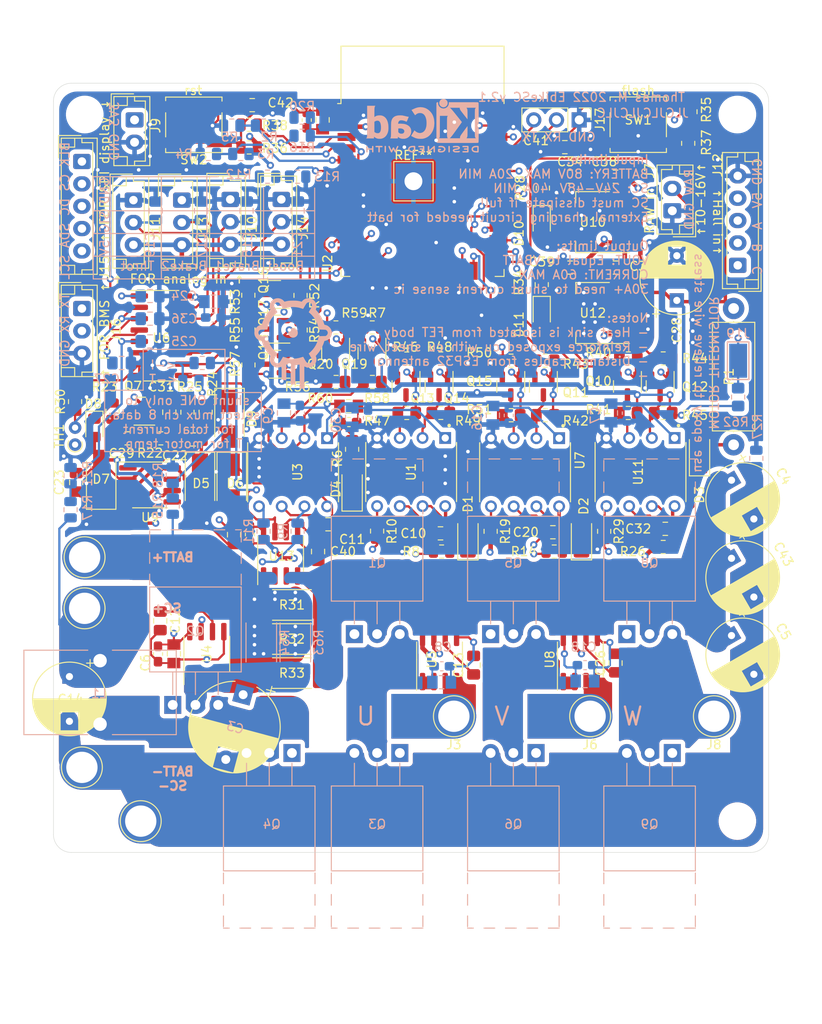
<source format=kicad_pcb>
(kicad_pcb (version 20211014) (generator pcbnew)
  (layers (0 "F.Cu" jumper) (1 "In1.Cu" signal) (2 "In2.Cu" signal) (31 "B.Cu" signal) (34 "B.Paste" user) (35 "F.Paste" user) (36 "B.SilkS" user "B.Silkscreen") (37 "F.SilkS" user "F.Silkscreen") (38 "B.Mask" user) (39 "F.Mask" user) (44 "Edge.Cuts" user))
  (net 0 "")
  (net 1 "+5V")
  (net 2 "GND")
  (net 3 "cp")
  (net 4 "RAW")
  (net 5 "UBS")
  (net 6 "Net-(J17-Pad3)")
  (net 7 "VBS")
  (net 8 "WBS")
  (net 9 "Vs")
  (net 10 "Net-(D4-Pad2)")
  (net 11 "hallC")
  (net 12 "hallB")
  (net 13 "hallA")
  (net 14 "Net-(C13-Pad1)")
  (net 15 "VBUS")
  (net 16 "Net-(Q4-Pad1)")
  (net 17 "VMOTOR")
  (net 18 "Net-(Q5-Pad1)")
  (net 19 "Net-(Q6-Pad1)")
  (net 20 "Net-(Q8-Pad1)")
  (net 21 "Net-(Q9-Pad1)")
  (net 22 "+3V3")
  (net 23 "I_totsense")
  (net 24 "throttle")
  (net 25 "boost")
  (net 26 "brake1")
  (net 27 "brake2")
  (net 28 "I_Usense")
  (net 29 "I_Vsense")
  (net 30 "UH")
  (net 31 "UL")
  (net 32 "VH")
  (net 33 "VL")
  (net 34 "WH")
  (net 35 "WL")
  (net 36 "Net-(Q2-Pad1)")
  (net 37 "Net-(C23-Pad2)")
  (net 38 "I_Bsense")
  (net 39 "SR")
  (net 40 "SW")
  (net 41 "SCL")
  (net 42 "SDA")
  (net 43 "CS")
  (net 44 "RX_forbms")
  (net 45 "TX_forbms")
  (net 46 "Net-(C24-Pad2)")
  (net 47 "EN")
  (net 48 "Net-(C25-Pad2)")
  (net 49 "VSC")
  (net 50 "Tsink")
  (net 51 "BLK")
  (net 52 "DC")
  (net 53 "IO0")
  (net 54 "/3V3to5V1/LIN")
  (net 55 "/3V3to5V2/LIN")
  (net 56 "/3V3to5V3/LIN")
  (net 57 "/3V3to5V4/LIN")
  (net 58 "/3V3to5V5/LIN")
  (net 59 "/3V3to5V6/LIN")
  (net 60 "/3V3to5V6/HIN")
  (net 61 "/3V3to5V7/LIN")
  (net 62 "/3V3to5V7/HIN")
  (net 63 "/3V3to5V8/LIN")
  (net 64 "/3V3to5V8/HIN")
  (net 65 "Net-(C40-Pad1)")
  (net 66 "Net-(C42-Pad2)")
  (net 67 "Net-(D1-Pad2)")
  (net 68 "Net-(D8-Pad1)")
  (net 69 "Net-(D9-Pad1)")
  (net 70 "Net-(D10-Pad1)")
  (net 71 "Net-(D11-Pad1)")
  (net 72 "Net-(J3-Pad1)")
  (net 73 "Net-(J6-Pad1)")
  (net 74 "Net-(Q1-Pad1)")
  (net 75 "Net-(Q7-Pad3)")
  (net 76 "Net-(R3-Pad2)")
  (net 77 "Net-(R8-Pad1)")
  (net 78 "Net-(R9-Pad1)")
  (net 79 "Net-(R10-Pad1)")
  (net 80 "Net-(R11-Pad1)")
  (net 81 "Net-(R12-Pad1)")
  (net 82 "Net-(R12-Pad2)")
  (net 83 "Net-(Q3-Pad1)")
  (net 84 "Net-(R14-Pad1)")
  (net 85 "Net-(R2-Pad2)")
  (net 86 "Net-(R16-Pad1)")
  (net 87 "Net-(R19-Pad1)")
  (net 88 "Net-(R26-Pad1)")
  (net 89 "Net-(J17-Pad2)")
  (net 97 "/3V3to5V10/LIN")
  (net 98 "/3V3to5V9/LIN")
  (net 102 "Net-(Q2-Pad2)")
  (net 103 "GNDPWR")
  (net 104 "Net-(C10-Pad2)")
  (net 105 "Net-(C12-Pad1)")
  (net 106 "Net-(C20-Pad2)")
  (net 107 "Net-(C22-Pad1)")
  (net 108 "Net-(C22-Pad2)")
  (net 109 "Net-(C26-Pad1)")
  (net 110 "Net-(C29-Pad2)")
  (net 111 "Net-(C31-Pad1)")
  (net 112 "Net-(C32-Pad2)")
  (net 113 "Net-(C41-Pad2)")
  (net 114 "Net-(R29-Pad1)")
  (net 115 "Net-(C27-Pad2)")
  (net 116 "Tmotor")
  (footprint "Capacitor_SMD:Dual Capacitor SMD 0603 and 0805_HandSolder" (layer "F.Cu") (at 62.23 84.455 90)
    (fp_text reference "C35" hide)
    (fp_text value "100n")
  )
  (footprint "Resistor_SMD:R_0805_2012Metric" (layer "F.Cu") (at 46.60575 70.66375 -90)
    (fp_text reference "R23")
    (fp_text value "3400")
  )
  (footprint "Resistor_SMD:R_2512_6332Metric_Pad1.40x3.35mm_HandSolder" (layer "F.Cu") (at 66.675 99.949)
    (fp_text reference "R33")
    (fp_text value "1.2m")
  )
  (footprint "SOLDER MASK esc:front neg v2" (layer "F.Cu") (at 79.93926 97.016854)
    (fp_text reference "G***" hide)
    (fp_text value "LOGO" hide)
  )
  (footprint "Capacitor_SMD:C_0805_2012Metric_Pad1.18x1.45mm_HandSolder" (layer "F.Cu") (at 51.943 94.107 -90)
    (fp_text reference "C12")
    (fp_text value "100n")
  )
  (footprint "Resistor_SMD:R_0805_2012Metric" (layer "F.Cu") (at 83.4155 86.36 180)
    (fp_text reference "R8")
    (fp_text value "100")
  )
  (footprint "Capacitor_THT:CP_Radial_D10.0mm_P7.50mm" (layer "F.Cu") (at 61.214 102.362 -105)
    (fp_text reference "C3")
    (fp_text value "300u")
  )
  (footprint "Resistor_SMD:R_0805_2012Metric_Pad1.20x1.40mm_HandSolder" (layer "F.Cu") (at 71.609 67.4025 180)
    (fp_text reference "R60")
    (fp_text value "10k")
  )
  (footprint "Resistor_SMD:R_0805_2012Metric" (layer "F.Cu") (at 94.615 56.515 -90)
    (fp_text reference "R34")
    (fp_text value "600")
  )
  (footprint "TestPoint:TestPoint_Plated_Hole_D3.5mm" (layer "F.Cu") (at 43.4825 92.71)
    (fp_text reference "J4" hide)
    (fp_text value "SCIn+ (24-48V)")
  )
  (footprint "Capacitor_SMD:C_0805_2012Metric_Pad1.18x1.45mm_HandSolder" (layer "F.Cu") (at 97.2 41.148)
    (fp_text reference "C41")
    (fp_text value "100n")
  )
  (footprint "Diode_SMD:D_0805_2012Metric_Pad1.15x1.40mm_HandSolder" (layer "F.Cu") (at 94.615 59.69 -90)
    (fp_text reference "D11")
    (fp_text value "GREENLED")
  )
  (footprint "Capacitor_SMD:C_0805_2012Metric_Pad1.18x1.45mm_HandSolder" (layer "F.Cu") (at 95.8635 84.201 180)
    (fp_text reference "C20")
    (fp_text value "390n")
  )
  (footprint "Capacitor_SMD:C_0805_2012Metric_Pad1.18x1.45mm_HandSolder" (layer "F.Cu") (at 62.23 36.449)
    (fp_text reference "C42")
    (fp_text value "100n")
  )
  (footprint "MountingHole:MountingHole_3.2mm_M3" (layer "F.Cu") (at 116.5 37.5)
    (fp_text reference "REF**" hide)
    (fp_text value "MountingHole_3.2mm_M3")
  )
  (footprint "Resistor_SMD:R_0805_2012Metric_Pad1.20x1.40mm_HandSolder" (layer "F.Cu") (at 75.673 67.4025 180)
    (fp_text reference "R58")
    (fp_text value "10k")
  )
  (footprint "Diode_SMD:D_0805_2012Metric_Pad1.15x1.40mm_HandSolder" (layer "F.Cu") (at 44.57375 72.52825 -90)
    (fp_text reference "D8")
    (fp_text value "GREENLED")
  )
  (footprint "Capacitor_SMD:C_0805_2012Metric_Pad1.18x1.45mm_HandSolder" (layer "F.Cu") (at 52.95575 70.78225 90)
    (fp_text reference "C31")
    (fp_text value "100n")
  )
  (footprint "libraries i added:DIP762W52P254L1016H469Q8" (layer "F.Cu") (at 92.75 77.4975 -90)
    (fp_text reference "U7")
    (fp_text value "FAN7382")
  )
  (footprint "Connector_JST:JST_EH_B2B-EH-A_1x02_P2.50mm_Vertical" (layer "F.Cu") (at 49.068 38.1 -90)
    (fp_text reference "J9")
    (fp_text value "dispPwr")
  )
  (footprint "Resistor_SMD:R_0805_2012Metric_Pad1.20x1.40mm_HandSolder" (layer "F.Cu") (at 67.647 65.516 90)
    (fp_text reference "R56")
    (fp_text value "10k")
  )
  (footprint "Package_TO_SOT_SMD:SOT-23" (layer "F.Cu") (at 71.562 64.1835 -90)
    (fp_text reference "Q20")
    (fp_text value "2N7002")
  )
  (footprint "Diode_SMD:D_SMA" (layer "F.Cu") (at 56.388 78.65625 -90)
    (fp_text reference "D5")
    (fp_text value "SS14")
  )
  (footprint "Resistor_SMD:R_0805_2012Metric_Pad1.20x1.40mm_HandSolder" (layer "F.Cu") (at 75.657 61.3065 180)
    (fp_text reference "R7")
    (fp_text value "10k")
  )
  (footprint "Capacitor_SMD:C_0805_2012Metric_Pad1.18x1.45mm_HandSolder" (layer "F.Cu") (at 83.2905 84.328 180)
    (fp_text reference "C10")
    (fp_text value "390n")
  )
  (footprint "Capacitor_SMD:Dual Capacitor SMD 0603 and 0805_HandSolder" (layer "F.Cu") (at 51.437 97.8115 -90)
    (fp_text reference "C6")
    (fp_text value "100n")
  )
  (footprint "Capacitor_THT:CP_Radial_D8.0mm_P5.00mm" (layer "F.Cu") (at 109.728 58.282651 90)
    (fp_text reference "C28")
    (fp_text value "300u")
  )
  (footprint "Capacitor_SMD:C_0805_2012Metric_Pad1.18x1.45mm_HandSolder" (layer "F.Cu") (at 86.995 99.06 90)
    (fp_text reference "C13")
    (fp_text value "100n")
  )
  (footprint "Resistor_SMD:R_0805_2012Metric_Pad1.20x1.40mm_HandSolder" (layer "F.Cu") (at 95.012 71.12 180)
    (fp_text reference "R43")
    (fp_text value "10k")
  )
  (footprint "Capacitor_SMD:C_0805_2012Metric_Pad1.18x1.45mm_HandSolder" (layer "F.Cu") (at 108.4365 83.82 180)
    (fp_text reference "C32")
    (fp_text value "390n")
  )
  (footprint "Resistor_SMD:R_0805_2012Metric" (layer "F.Cu") (at 94.742 45.72 -90)
    (fp_text reference "R28")
    (fp_text value "260")
  )
  (footprint "TestPoint:TestPoint_Plated_Hole_D3.5mm" (layer "F.Cu") (at 113.8705 104.775 180)
    (fp_text reference "J8")
    (fp_text value "W")
  )
  (footprint "Capacitor_SMD:C_0805_2012Metric_Pad1.18x1.45mm_HandSolder" (layer "F.Cu") (at 55.626 73.83025 180)
    (fp_text reference "C22")
    (fp_text value "20n")
  )
  (footprint "Connector_JST:JST_EH_B3B-EH-A_1x03_P2.50mm_Vertical" (layer "F.Cu") (at 59.773 46.99 -90)
    (fp_text reference "J10")
    (fp_text value "brake1")
  )
  (footprint "Package_TO_SOT_SMD:SOT-23" (layer "F.Cu") (at 75.626 64.1835 -90)
    (fp_text reference "Q19")
    (fp_text value "2N7002")
  )
  (footprint "Package_SO:SOIC-16_3.9x9.9mm_P1.27mm" (layer "F.Cu") (at 52.07 62.23)
    (fp_text reference "U6")
    (fp_text value "CD4051B")
  )
  (footprint "Connector_PinHeader_2.54mm:PinHeader_1x03_P2.54mm_Vertical" (layer "F.Cu") (at 98.806 38.1 -90)
    (fp_text reference "J17")
    (fp_text value "UART")
  )
  (footprint "Package_TO_SOT_SMD:SOT-23" (layer "F.Cu") (at 94.8 67.901 -90)
    (fp_text reference "Q11")
    (fp_text value "2N7002")
  )
  (footprint "Resistor_SMD:R_0805_2012Metric_Pad1.20x1.40mm_HandSolder" (layer "F.Cu") (at 61.805 65.5 90)
    (fp_text reference "R57")
    (fp_text value "10k")
  )
  (footprint "Resistor_SMD:R_0805_2012Metric" (layer "F.Cu") (at 61.89 41.18)
    (fp_text reference "R36")
    (fp_text value "4.7k")
  )
  (footprint "TestPoint:TestPoint_Plated_Hole_D3.5mm" (layer "F.Cu") (at 84.7875 104.775 180)
    (fp_text reference "J3")
    (fp_text value "U")
  )
  (footprint "Package_TO_SOT_SMD:SOT-23" (layer "F.Cu") (at 79.433 67.901 -90)
    (fp_text reference "Q13")
    (fp_text value "2N7002")
  )
  (footprint "Package_SO:SOIC-8_3.9x4.9mm_P1.27mm" (layer "F.Cu") (at 50.8 78.91025)
    (fp_text reference "U9")
    (fp_text value "LM555xM")
  )
  (footprint "Package_TO_SOT_SMD:SOT-223-3_TabPin2" (layer "F.Cu") (at 100.33 49.53 180)
    (fp_text reference "U10")
    (fp_text value "AMS1117-3.3")
  )
  (footprint "MountingHole:MountingHole_3.2mm_M3" (layer "F.Cu") (at 43.5 37.5)
    (fp_text reference "REF**" hide)
    (fp_text value "MountingHole_3.2mm_M3")
  )
  (footprint "TestPoint:TestPoint_Plated_Hole_D3.5mm" (layer "F.Cu") (at 43.18 110.49)
    (fp_text reference "J5" hide)
    (fp_text value "SCIn-")
  )
  (footprint "Package_TO_SOT_SMD:SOT-23" (layer "F.Cu") (at 104.20275 67.901 -90)
    (fp_text reference "Q10")
    (fp_text value "2N7002")
  )
  (footprint "Capacitor_SMD:C_0805_2012Metric_Pad1.18x1.45mm_HandSolder" (layer "F.Cu") (at 42.54175 78.62425 90)
    (fp_text reference "C23")
    (fp_text value "1u")
  )
  (footprint "Diode_SMD:D_1206_3216Metric_Pad1.42x1.75mm_HandSolder" (layer "F.Cu") (at 112.268 75.438 90)
    (fp_text reference "D3")
    (fp_text value "RS1M")
  )
  (footprint "Package_SO:SOIC-8_3.9x4.9mm_P1.27mm" (layer "F.Cu") (at 98.933 98.425 90)
    (fp_text reference "U8")
    (fp_text value "ACS712xLCTR-30A")
  )
  (footprint "Resistor_SMD:R_0805_2012Metric_Pad1.20x1.40mm_HandSolder" (layer "F.Cu") (at 61.79325 57.70425 90)
    (fp_text reference "R53")
    (fp_text value "10k")
  )
  (footprint "Resistor_SMD:R_0805_2012Metric" (layer "F.Cu") (at 57.01975 70.78225 -90)
    (fp_text reference "R24")
    (fp_text value "470")
  )
  (footprint "Package_TO_SOT_SMD:SOT-223-3_TabPin2" (layer "F.Cu") (at 100.33 59.69 180)
    (fp_text reference "U12")
    (fp_text value "AMS1117-5.0")
  )
  (footprint "Resistor_SMD:R_0805_2012Metric_Pad1.20x1.40mm_HandSolder" (layer "F.Cu") (at 94.996 65.024 180)
    (fp_text reference "R42")
    (fp_text value "10k")
  )
  (footprint "Capacitor_SMD:C_0805_2012Metric_Pad1.18x1.45mm_HandSolder" (layer "F.Cu") (at 70.7175 83.312 180)
    (fp_text reference "C11")
    (fp_text value "390n")
  )
  (footprint "Capacitor_THT:CP_Radial_D8.0mm_P5.00mm" (layer "F.Cu") (at 115.844 78.385273 -60)
    (fp_text reference "C4")
    (fp_text value "300u")
  )
  (footprint "Capacitor_SMD:C_0805_2012Metric_Pad1.18x1.45mm_HandSolder" (layer "F.Cu") (at 102.87 54.61)
    (fp_text reference "C33")
    (fp_text value "22u")
  )
  (footprint "Resistor_SMD:R_0805_2012Metric_Pad1.20x1.40mm_HandSolder" (layer "F.Cu") (at 71.593 61.3065 180)
    (fp_text reference "R59")
    (fp_text value "10k")
  )
  (footprint "Diode_SMD:D_0805_2012Metric_Pad1.15x1.40mm_HandSolder" (layer "F.Cu") (at 94.615 49.53 -90)
    (fp_text reference "D10")
    (fp_text value "GREENLED")
  )
  (footprint "Package_TO_SOT_SMD:SOT-23" (layer "F.Cu") (at 83.132 67.893 -90)
    (fp_text reference "Q14")
    (fp_text value "2N7002")
  )
  (footprint "Resistor_SMD:R_0805_2012Metric_Pad1.20x1.40mm_HandSolder" (layer "F.Cu") (at 79.518 70.866 180)
    (fp_text reference "R47")
    (fp_text value "10k")
  )
  (footprint "Resistor_SMD:R_0805_2012Metric_Pad1.20x1.40mm_HandSolder" (layer "F.Cu") (at 42.418 69.596 90)
    (fp_text reference "R30")
    (fp_text value "20k")
  )
  (footprint "Capacitor_THT:CP_Radial_D8.0mm_P5.00mm" (layer "F.Cu") (at 41.783 100.340349 -90)
    (fp_text reference "C14")
    (fp_text value "300u")
  )
  (footprint "Diode_SMD:D_SMA" (layer "F.Cu") (at 59.69 71.51225 -90)
    (fp_text reference "D9")
    (fp_text value "SS14")
  )
  (footprint "Resistor_SMD:R_0805_2012Metric_Pad1.20x1.40mm_HandSolder" (layer "F.Cu") (at 91.202 71.12 180)
    (fp_text reference "R51")
    (fp_text value "10k")
  )
  (footprint "Package_SO:SOIC-8_3.9x4.9mm_P1.27mm" (layer "F.Cu") (at 83.185 98.425 90)
    (fp_text reference "U5")
    (fp_text value "ACS712xLCTR-30A")
  )
  (footprint "Connector_JST:JST_EH_B3B-EH-A_1x03_P2.50mm_Vertical" (layer "F.Cu") (at 65.488 46.99 -90)
    (fp_text reference "J14")
    (fp_text value "boost")
  )
  (footprint "Diode_SMD:D_1206_3216Metric_Pad1.42x1.75mm_HandSolder" (layer "F.Cu") (at 73.406 79.375 90)
    (fp_text reference "D4")
    (fp_text value "RS1M")
  )
  (footprint "Connector_JST:JST_EH_B5B-EH-A_1x05_P2.50mm_Vertical" (layer "F.Cu") (at 116.54 54.356 90)
    (fp_text reference "J12")
    (fp_text value "hall")
  )
  (footprint "Resistor_SMD:R_0805_2012Metric_Pad1.20x1.40mm_HandSolder" (layer "F.Cu") (at 83.328 64.778 180)
    (fp_text reference "R48")
    (fp_text value "10k")
  )
  (footprint "Package_TO_SOT_SMD:SOT-23" (layer "F.Cu") (at 49.65375 70.66375 180)
    (fp_text reference "Q7")
    (fp_text value "2N7002")
  )
  (footprint "Resistor_SMD:R_0805_2012Metric" (layer "F.Cu") (at 101.6 84.0975 -90)
    (fp_text reference "R29")
    (fp_text value "100")
  )
  (footprint "MountingHole:MountingHole_3.2mm_M3" (layer "F.Cu") (at 116.5 116.5)
    (fp_text reference "REF**" hide)
    (fp_text value "MountingHole_3.2mm_M3")
  )
  (footprint "Resistor_THT:R_Axial_DIN0414_L11.9mm_D4.5mm_P15.24mm_Horizontal" (layer "F.Cu") (at 116.078 74.422 90)
    (fp_text reference "R1")
    (fp_text value "10")
  )
  (footprint "Resistor_SMD:R_0805_2012Metric" (layer "F.Cu") (at 76.2 84.074 -90)
    (fp_text reference "R10")
    (fp_text value "100")
  )
  (footprint "Diode_SMD:D_1206_3216Metric_Pad1.42x1.75mm_HandSolder" (layer "F.Cu") (at 86.36 84.836 90)
    (fp_text reference "D1")
    (fp_text value "RS1M")
  )
  (footprint "Package_SO:SOIC-8_3.9x4.9mm_P1.27mm" (layer "F.Cu") (at 65.405 86.614 90)
    (fp_text reference "U13")
    (fp_text value "ACS712xLCTR-30A")
  )
  (footprint "Resistor_SMD:R_0805_2012Metric" (layer "F.Cu") (at 52.00475 73.70325 180)
    (fp_text reference "R22")
    (fp_text value "47k")
  )
  (footprint "Capacitor_SMD:C_0805_2012Metric_Pad1.18x1.45mm_HandSolder" (layer "F.Cu") (at 69.596 86.36 -90)
    (fp_text reference "C40")
    (fp_text value "100n")
  )
  (footprint "libraries i added:DIP762W52P254L1016H469Q8" (layer "F.Cu") (at 80.01 77.47 -90)
    (fp_text reference "U1")
    (fp_text value "FAN7382")
  )
  (footprint "Resistor_SMD:R_0805_2012Metric_Pad1.20x1.40mm_HandSolder" (layer "F.Cu") (at 83.328 70.858 180)
    (fp_text reference "R49")
    (fp_text value "10k")
  )
  (footprint "TestPoint:TestPoint_Plated_Hole_D3.5mm" (layer "F.Cu") (at 49.7625 116.5)
    (fp_text reference "J2" hide)
    (fp_text value "BatteryIn-")
  )
  (footprint "Resistor_SMD:R_0805_2012Metric" (layer "F.Cu") (at 110.998 40.72 90)
    (fp_text reference "R37")
    (fp_text value "470")
  )
  (footprint "Connector_JST:JST_EH_B3B-EH-A_1x03_P2.50mm_Vertical" (layer "F.Cu") (at 48.943 47.07 -90)
    (fp_text reference "J11")
    (fp_text value "throttle")
  )
  (footprint "Button_Switch_SMD:SW_SPST_EVPBF" (layer "F.Cu") (at 55.7 38.65 180)
    (fp_text reference "SW2")
    (fp_text value "SW_MEC_5G")
  )
  (footprint "Capacitor_SMD:Dual Capacitor SMD 0603 and 0805_HandSolder" (layer "F.Cu") (at 73.0465 72.134)
    (fp_text reference "C1" hide)
    (fp_text value "100n")
  )
  (footprint "TestPoint:TestPoint_Plated_Hole_D3.5mm" (layer "F.Cu") (at 100.0275 104.775 180)
    (fp_text reference "J6")
    (fp_text value "V")
  )
  (footprint "Capacitor_SMD:Dual Capacitor SMD 0603 and 0805_HandSolder" (layer "F.Cu") (at 68.074 38.1215 -90)
    (fp_text reference "C2" hide)
    (fp_text value "100n")
  )
  (footprint "Capacitor_SMD:C_0805_2012Metric_Pad1.18x1.45mm_HandSolder" (layer "F.Cu") (at 97.79 44.45)
    (fp_text reference "C34")
    (fp_text value "22u")
  )
  (footprint "Resistor_SMD:R_0805_2012Metric_Pad1.20x1.40mm_HandSolder" (layer "F.Cu") (at 108.204 70.866 180)
    (fp_text reference "R45")
    (fp_text value "10k")
  )
  (footprint "Resistor_SMD:R_0805_2012Metric" (layer "F.Cu") (at 111.252 37.1875 90)
    (fp_text reference "R35")
    (fp_text value "4.7k")
  )
  (footprint "Diode_SMD:D_SMA" (layer "F.Cu") (at 59.944 78.65625 -90)
    (fp_text reference "D6")
    (fp_text value "SS14")
  )
  (footprint "Capacitor_SMD:C_0805_2012Metric_Pad1.18x1.45mm_HandSolder" (layer "F.Cu") (at 102.87 98.8275 90)
    (fp_text reference "C26")
    (fp_text value "100n")
  )
  (footprint "libraries i added:DIP762W52P254L1016H469Q8" (layer "F.Cu") (at 105.664 77.47 -90)
    (fp_text reference "U11")
    (fp_text value "FAN7382")
  )
  (footprint "Package_TO_SOT_SMD:SOT-23" (layer "F.Cu") (at 107.85975 67.901 -90)
    (fp_text reference "Q12")
    (fp_text value "2N7002")
  )
  (footprint "Resistor_SMD:R_0805_2012Metric" (layer "F.Cu") (at 61.89 38.64 180)
    (fp_text reference "R38")
    (fp_text value "470")
  )
  (footprint "Resistor_SMD:R_0805_2012Metric_Pad1.20x1.40mm_HandSolder" (layer "F.Cu") (at 61.805 61.579 90)
    (fp_text reference "R55")
    (fp_text value "10k")
  )
  (footprint "Resistor_SMD:R_0805_2012Metric_Pad1.20x1.40mm_HandSolder" (layer "F.Cu") (at 67.647 61.595 90)
    (fp_text reference "R54")
    (fp_text value "10k")
  )
  (footprint "Capacitor_THT:CP_Radial_D8.0mm_P5.00mm" (layer "F.Cu") (at 115.844 87.115642 -60)
    (fp_text reference "C43")
    (fp_text value "300u")
  )
  (footprint "Resistor_SMD:R_0805_2012Metric_Pad1.20x1.40mm_HandSolder" (layer "F.Cu") (at 104.28775 70.866 180)
    (fp_text reference "R41")
    (fp_text value "10k")
  )
  (footprint "Capacitor_SMD:C_0805_2012Metric_Pad1.18x1.45mm_HandSolder" (layer "F.Cu") (at 102.87 44.45)
    (fp_text reference "C38")
    (fp_text value "22u")
  )
  (footprint "Connector_JST:JST_EH_B3B-EH-A_1x03_P2.50mm_Vertical" (layer "F.Cu") (at 43.18 59.19 -90)
    (fp_text reference "J16")
    (fp_text value "BMS")
  )
  (footprint "Resistor_SMD:R_0805_2012Metric_Pad1.20x1.40mm_HandSolder" (layer "F.Cu") (at 79.518 64.786 180)
    (fp_text reference "R46")
    (fp_text value "10k")
  )
  (footprint "Package_TO_SOT_SMD:SOT-23" (layer "F.Cu") (at 91.155 67.901 -90)
    (fp_text reference "Q15")
    (fp_text value "2N7002")
  )
  (footprint "RF_Module:ESP32-WROOM-32" (layer "F.Cu") (at 81.28 45.72)
    (fp_text reference "U2")
    (fp_text value "ESP32-WROOM-32")
  )
  (footprint "Package_TO_SOT_SMD:SOT-23" (layer "F.Cu") (at 64.77 61.494 180)
    (fp_text reference "Q17")
    (fp_text value "2N7002")
  )
  (footprint "Resistor_SMD:R_0805_2012Metric_Pad1.20x1.40mm_HandSolder" (layer "F.Cu") (at 104.30375 64.77 180)
    (fp_text reference "R40")
    (fp_text value "10k")
  )
  (footprint "TestPoint:TestPoint_THTPad_4.0x4.0mm_Drill2.0mm" (layer "F.Cu") (at 80.264 44.958)
    (fp_text reference "REF**")
    (fp_text value "TestPoint_THTPad_4.0x4.0mm_Drill2.0mm")
  )
  (footprint "Resistor_SMD:R_0805_2012Metric" (layer "F.Cu") (at 108.204 85.852 180)
    (fp_text reference "R26")
    (fp_text value "100")
  )
  (footprint "Package_TO_SOT_SMD:SOT-23" (layer "F.Cu") (at 64.77 65.415 180)
    (fp_text reference "Q18")
    (fp_text value "2N7002")
  )
  (footprint "Resistor_THT:R_Axial_DIN0204_L3.6mm_D1.6mm_P1.90mm_Vertical" (layer "F.Cu") (at 42.418 74.406 90)
    (fp_text reference "TH1")
    (fp_text value "Thermistor_NTC_20k")
  )
  (footprint "TestPoint:TestPoint_Plated_Hole_D3.5mm" (layer "F.Cu") (at 43.4825 86.995)
    (fp_text reference "J1" hide)
    (fp_text value "BatteryIn+")
  )
  (footprint "Resistor_SMD:R_0805_2012Metric" (layer "F.Cu") (at 96.012 86.36 180)
    (fp_text reference "R14")
    (fp_text value "100")
  )
  (footprint "Capacitor_SMD:C_0805_2012Metric_Pad1.18x1.45mm_HandSolder" (layer "F.Cu") (at 48.26 73.70325)
    (fp_text reference "C29")
    (fp_text value "1nf")
  )
  (footprint "libraries i added:DIP762W52P254L1016H469Q8" (layer "F.Cu") (at 66.802 77.4975 -90)
    (fp_text reference "U3")
    (fp_text value "FAN7382")
  )
  (footprint "MountingHole:MountingHole_3.2mm_M3" (layer "F.Cu") (at 43.5 116.5)
    (fp_text reference "REF**" hide)
    (fp_text value "MountingHole_3.2mm_M3")
  )
  (footprint "Resistor_SMD:R_0805_2012Metric_Pad1.20x1.40mm_HandSolder" (layer "F.Cu") (at 108.204 64.77 180)
    (fp_text reference "R44")
    (fp_text value "10k")
  )
  (footprint "Connector_JST:JST_EH_B5B-EH-A_1x05_P2.50mm_Vertical" (layer "F.Cu") (at 43.18 42.752 -90)
    (fp_text reference "J15")
    (fp_text value "dispSPI")
  )
  (footprint "Connector_JST:JST_EH_B2B-EH-A_1x02_P2.50mm_Vertical" (layer "F.Cu") (at 109.22 48.26 90)
    (fp_text reference "J7")
    (fp_text value "VIN (10-16V)")
  )
  (footprint "Package_SO:SOIC-8_3.9x4.9mm_P1.27mm" (layer "F.Cu") (at 57.15 97.79 90)
    (fp_text reference "U4")
    (fp_text value "ACS712xLCTR-30A")
  )
  (footprint "Resistor_SMD:R_2512_6332Metric_Pad1.40x3.35mm_HandSolder" (layer "F.Cu") (at 66.675 96.139)
    (fp_text reference "R32")
    (fp_text value "1.2m")
  )
  (footprint "Resistor_SMD:R_0805_2012Metric_Pad1.20x1.40mm_HandSolder" (layer "F.Cu") (at 91.186 65.024 180)
    (fp_text reference "R50")
    (fp_text value "10k")
  )
  (footprint "Resistor_SMD:R_0805_2012Metric" (layer "F.Cu") (at 54.98775 70.78225 -90)
    (fp_text reference "R25")
    (fp_text value "4.7k")
  )
  (footprint "Diode_SMD:D_1206_3216Metric_Pad1.42x1.75mm_HandSolder" (layer "F.Cu") (at 99.06 84.836 90)
    (fp_text reference "D2")
    (fp_text value "RS1M")
  )
  (footprint "Button_Switch_SMD:SW_SPST_EVPBF" (layer "F.Cu") (at 105.41 38.635 180)
    (fp_text reference "SW1")
    (fp_text value "SW_MEC_5G")
  )
  (footprint "Resistor_SMD:R_0805_2012Metric_Pad1.20x1.40mm_HandSolder" (layer "F.Cu") (at 73.406 74.93 90)
    (fp_text reference "R6")
    (fp_text value "47")
  )
  (footprint "Package_TO_SOT_SMD:SOT-23" (layer "F.Cu") (at 64.75825 57.61925 180)
    (fp_text reference "Q16")
    (fp_text value "2N7002")
  )
  (footprint "Diode_SMD:D_SMA" (layer "F.Cu") (at 45.33575 78.232 90)
    (fp_text reference "D7")
    (fp_text value "Zener12")
  )
  (footprint "Capacitor_THT:CP_Radial_D8.0mm_P5.00mm" (layer "F.Cu") (at 115.844 95.751642 -60)
    (fp_text reference "C5")
    (fp_text value "300u")
  )
  (footprint "Resistor_SMD:R_0805_2012Metric_Pad1.20x1.40mm_HandSolder" (layer "F.Cu") (at 67.63525 57.72025 90)
    (fp_text reference "R52")
    (fp_text value "10k")
  )
  (footprint "Connector_JST:JST_EH_B3B-EH-A_1x03_P2.50mm_Vertical" (layer "F.Cu") (at 54.358 47.07 -90)
    (fp_text reference "J13")
    (fp_text value "brake2")
  )
  (footprint "Capacitor_SMD:C_0805_2012Metric_Pad1.18x1.45mm_HandSolder" (layer "F.Cu") (at 97.79 54.61)
    (fp_text reference "C39")
    (fp_text value "22u")
  )
  (footprint "Resistor_SMD:R_2512_6332Metric_Pad1.40x3.35mm_HandSolder" (layer "F.Cu") (at 66.675 92.329)
    (fp_text reference "R31")
    (fp_text value "1.2m")
  )
  (footprint "Resistor_SMD:R_0805_2012Metric" (layer "F.Cu") (at 88.9 84.0975 -90)
    (fp_text reference "R19")
    (fp_text value "100")
  )
  (footprint "Resistor_SMD:R_0805_2012Metric" (layer "B.Cu") (at 67.31 84.0975 -90)
    (fp_text reference "R9")
    (fp_text value "40")
  )
  (footprint "Resistor_SMD:R_0805_2012Metric" (layer "B.Cu") (at 67.818 37.846)
    (fp_text reference "R20")
    (fp_text value "2k")
  )
  (footprint "Package_TO_SOT_THT:TO-220-3_Horizontal_TabUp_NoHoleClearance" (layer "B.Cu") (at 104.14 95.59)
    (fp_text reference "Q8")
    (fp_text value "IRF3710")
  )
  (footprint "Capacitor_SMD:C_0805_2012Metric_Pad1.18x1.45mm_HandSolder" (layer "B.Cu") (at 67.31 48.26 -90)
    (fp_text reference "C21")
    (fp_text value "100n")
  )
  (footprint "TestPoint:TestPoint_Keystone_5019_Minature" (layer "B.Cu") (at 116.586 65.024 -90)
    (fp_text reference "J19")
    (fp_text value "Conn_01x01_Female")
  )
  (footprint "Capacitor_SMD:C_0805_2012Metric_Pad1.18x1.45mm_HandSolder" (layer "B.Cu") (at 50.8 62.865 180)
    (fp_text reference "C25")
    (fp_text value "100n")
  )
  (footprint "Resistor_SMD:R_0805_2012Metric" (layer "B.Cu") (at 53.34 77.8275 -90)
    (fp_text reference "R18")
    (fp_text value "10k")
  )
  (footprint "Package_TO_SOT_THT:TO-220-3_Horizontal_TabUp_NoHoleClearance" (layer "B.Cu") (at 109.22 108.88 180)
    (fp_text reference "Q9")
    (fp_text value "IRF3710")
  )
  (footprint "Resistor_SMD:R_2512_6332Metric_Pad1.40x3.35mm_HandSolder" (layer "B.Cu") (at 63.246 96.52 90)
    (fp_text reference "R64")
    (fp_text value "1.2m")
  )
  (footprint "Resistor_SMD:R_0805_2012Metric" (layer "B.Cu") (at 57.324 41.91)
    (fp_text reference "R4")
    (fp_text value "2k")
  )
  (footprint "Capacitor_SMD:C_0805_2012Metric_Pad1.18x1.45mm_HandSolder" (layer "B.Cu") (at 56.515 48.26 -90)
    (fp_text reference "C17")
    (fp_text value "100n")
  )
  (footprint "Resistor_SMD:R_0805_2012Metric" (layer "B.Cu") (at 41.91 77.8725 -90)
    (fp_text reference "R21")
    (fp_text value "10k")
  )
  (footprint "Package_TO_SOT_THT:TO-220-3_Horizontal_TabUp_NoHoleClearance" (layer "B.Cu") (at 88.9 95.59)
    (fp_text reference "Q5")
    (fp_text value "IRF3710")
  )
  (footprint "Inductor_THT:L_Toroid_Vertical_L16.8mm_W9.2mm_P7.10mm_Vishay_TJ3_BigPads" (layer "B.Cu") (at 45.212 98.558 180)
    (fp_text reference "L1")
    (fp_text value "4u")
  )
  (footprint "Capacitor_SMD:Dual Capacitor SMD 0603 and 0805_HandSolder" (layer "B.Cu") (at 67.816 70.8875 -90)
    (fp_text reference "C9")
    (fp_text value "100n")
  )
  (footprint "Resistor_SMD:R_0805_2012Metric" (layer "B.Cu") (at 53.34 81.28 -90)
    (fp_text reference "R15")
    (fp_text value "200k")
  )
  (footprint "Capacitor_SMD:C_0805_2012Metric_Pad1.18x1.45mm_HandSolder" (layer "B.Cu") (at 50.8 57.785 180)
    (fp_text reference "C24")
    (fp_text value "100n")
  )
  (footprint "Resistor_SMD:R_0805_2012Metric" (layer "B.Cu") (at 118.618 75.946 90)
    (fp_text reference "R27")
    (fp_text value "10m")
  )
  (footprint "Capacitor_SMD:Dual Capacitor SMD 0603 and 0805_HandSolder" (layer "B.Cu") (at 57.8905 60.45 180)
    (fp_text reference "C37" hide)
    (fp_text value "100n")
  )
  (footprint "Capacitor_SMD:Dual Capacitor SMD 0603 and 0805_HandSolder" (layer "B.Cu") (at 91.184 71.1415 -90)
    (fp_text reference "C16")
    (fp_text value "100n")
  )
  (footprint "Capacitor_SMD:C_0805_2012Metric_Pad1.18x1.45mm_HandSolder" (layer "B.Cu") (at 51.435 48.26 -90)
    (fp_text reference "C19")
    (fp_text value "100n")
  )
  (footprint "Package_TO_SOT_THT:TO-220-3_Horizontal_TabUp_NoHoleClearance" (layer "B.Cu") (at 66.675 108.88 180)
    (fp_text reference "Q4")
    (fp_text value "IRF3710")
  )
  (footprint "SOLDER MASK esc:icon" (layer "B.Cu") (at 66.802 62.992 180)
    (fp_text reference "G***" hide)
    (fp_text value "LOGO" hide)
  )
  (footprint "Resistor_SMD:R_2512_6332Metric_Pad1.40x3.35mm_HandSolder" (layer "B.Cu") (at 67.056 96.52 90)
    (fp_text reference "R63")
    (fp_text value "1.2m")
  )
  (footprint "Resistor_SMD:R_0805_2012Metric" (layer "B.Cu") (at 63.95 44.45 180)
    (fp_text reference "R12")
    (fp_text value "1k")
  )
  (footprint "Resistor_SMD:R_0805_2012Metric" (layer "B.Cu") (at 63.5 38.735 180)
    (fp_text reference "R2")
    (fp_text value "1k")
  )
  (footprint "Capacitor_SMD:C_0805_2012Metric_Pad1.18x1.45mm_HandSolder" (layer "B.Cu") (at 50.8 60.325 180)
    (fp_text reference "C36")
    (fp_text value "100n")
  )
  (footprint "Capacitor_SMD:Dual Capacitor SMD 0603 and 0805_HandSolder" (layer "B.Cu") (at 83.439 98.933)
    (fp_text reference "C8")
    (fp_text value "100n")
  )
  (footprint "Symbol:KiCad-Logo2_5mm_SilkScreen" (layer "B.Cu") (at 81.28 38.735 180)
    (fp_text reference "REF**" hide)
    (fp_text value "KiCad-Logo2_5mm_SilkScreen" hide)
  )
  (footprint "Package_TO_SOT_THT:TO-220-3_Horizontal_TabUp_NoHoleClearance" (layer "B.Cu") (at 78.74 108.88 180)
    (fp_text reference "Q3")
    (fp_text value "IRF3710")
  )
  (footprint "Resistor_SMD:R_0805_2012Metric" (layer "B.Cu") (at 63.5 84.0975 -90)
    (fp_text reference "R11")
    (fp_text value "40")
  )
  (footprint "Resistor_SMD:R_0805_2012Metric_Pad1.20x1.40mm_HandSolder" (layer "B.Cu") (at 116.586 69.088 -90)
    (fp_text reference "R62")
    (fp_text value "20k")
  )
  (footprint "Resistor_SMD:R_0805_2012Metric" (layer "B.Cu") (at 41.91 81.6825 -90)
    (fp_text reference "R17")
    (fp_text value "100k")
  )
  (footprint "Capacitor_SMD:Dual Capacitor SMD 0603 and 0805_HandSolder" (layer "B.Cu") (at 75.436 71.3955 -90)
    (fp_text reference "C30")
    (fp_text value "100n")
  )
  (footprint "Package_TO_SOT_THT:TO-220-3_Horizontal_TabUp_NoHoleClearance" (layer "B.Cu") (at 53.34 103.505)
    (fp_text reference "Q2")
    (fp_text value "IRF3710")
  )
  (footprint "Capacitor_SMD:C_0805_2012Metric_Pad1.18x1.45mm_HandSolder" (layer "B.Cu") (at 47.625 65.278 180)
    (fp_text reference "C27")
    (fp_text value "100n")
  )
  (footprint "Resistor_SMD:R_0805_2012Metric" (layer "B.Cu") (at 56.642 65.278)
    (fp_text reference "R39" hide)
    (fp_text value "10m")
  )
  (footprint "Resistor_SMD:R_0805_2012Metric" (layer "B.Cu") (at 60.96 41.91 180)
    (fp_text reference "R3")
    (fp_text value "1k")
  )
  (footprint "Capacitor_SMD:Dual Capacitor SMD 0603 and 0805_HandSolder" (layer "B.Cu") (at 104.392 70.8875 -90)
    (fp_text reference "C7")
    (fp_text value "100n")
  )
  (footprint "Resistor_SMD:R_0805_2012Metric" (layer "B.Cu") (at 67.31 44.45 180)
    (fp_text reference "R13")
    (fp_text value "2k")
  )
  (footprint "Package_TO_SOT_THT:TO-220-3_Horizontal_TabUp_NoHoleClearance" (layer "B.Cu") (at 73.66 95.59)
    (fp_text reference "Q1")
    (fp_text value "IRF3710")
  )
  (footprint "Resistor_SMD:R_0805_2012Metric" (layer "B.Cu") (at 67.818 39.878 180)
    (fp_text reference "R16")
    (fp_text value "1k")
  )
  (footprint "Capacitor_SMD:Dual Capacitor SMD 0603 and 0805_HandSolder" (layer "B.Cu") (at 99.4675 98.806)
    (fp_text reference "C18")
    (fp_text value "100n")
  )
  (footprint "Resistor_SMD:R_0805_2012Metric" (layer "B.Cu") (at 59.944 38.735)
    (fp_text reference "R5")
    (fp_text value "2k")
  )
  (footprint "Capacitor_SMD:C_0805_2012Metric_Pad1.18x1.45mm_HandSolder" (layer "B.Cu") (at 61.595 48.26 -90)
    (fp_text reference "C15")
    (fp_text value "100n")
  )
  (footprint "Package_TO_SOT_THT:TO-220-3_Horizontal_TabUp_NoHoleClearance" (layer "B.Cu") (at 93.98 108.88 180)
    (fp_text reference "Q6")
    (fp_text value "IRF3710")
  )
  (footprint "Resistor_SMD:R_0805_2012Metric" (layer "B.Cu") (at 55.372 67.31)
    (fp_text reference "R61" hide)
    (fp_text value "10m")
  )
  (gr_line (start 44.45 44.45) (end 58.42 44.45) (layer "B.SilkS") (width 0.12))
  (gr_line (start 69.215 55.88) (end 69.215 45.72) (layer "B.SilkS") (width 0.12))
  (gr_line (start 44.45 53.34) (end 69.215 53.34) (layer "B.SilkS") (width 0.12))
  (gr_line (start 45.72 75.184) (end 45.72 68.326) (layer "B.SilkS") (width 0.12))
  (gr_line (start 44.45 48.26) (end 69.215 48.26) (layer "B.SilkS") (width 0.12))
  (gr_line (start 44.45 50.8) (end 69.215 50.8) (layer "B.SilkS") (width 0.12))
  (gr_line (start 44.45 55.88) (end 69.215 55.88) (layer "B.SilkS") (width 0.12))
  (gr_line (start 63.246 75.184) (end 45.72 75.184) (layer "B.SilkS") (width 0.12))
  (gr_line (start 63.246 68.58) (end 63.246 75.184) (layer "B.SilkS") (width 0.12))
  (gr_line (start 44.45 44.45) (end 44.45 55.88) (layer "B.SilkS") (width 0.12))
  (gr_line (start 63.5 55.88) (end 63.5 45.72) (layer "B.SilkS") (width 0.12))
  (gr_line (start 50.038 63.754) (end 59.182 63.754) (layer "B.SilkS") (width 0.12))
  (gr_line (start 46.355 44.45) (end 46.355 55.88) (layer "B.SilkS") (width 0.12))
  (gr_line (start 52.07 44.45) (end 52.07 55.88) (layer "B.SilkS") (width 0.12))
  (gr_line (start 45.72 68.326) (end 50.038 68.326) (layer "B.SilkS") (width 0.12))
  (gr_line (start 59.182 68.58) (end 63.246 68.58) (layer "B.SilkS") (width 0.12))
  (gr_line (start 59.182 63.754) (end 59.182 68.58) (layer "B.SilkS") (width 0.12))
  (gr_line (start 50.038 68.326) (end 50.038 63.754) (layer "B.SilkS") (width 0.12))
  (gr_line (start 57.15 44.45) (end 57.15 55.88) (layer "B.SilkS") (width 0.12))
  (gr_arc (start 40 36) (mid 40.585786 34.585786) (end 42 34) (layer "Edge.Cuts") (width 0.05))
  (gr_line (start 42 120) (end 118 120) (layer "Edge.Cuts") (width 0.05))
  (gr_arc (start 120 118) (mid 119.414214 119.414214) (end 118 120) (layer "Edge.Cuts") (width 0.05))
  (gr_line (start 120 118) (end 120 36) (layer "Edge.Cuts") (width 0.05))
  (gr_arc (start 118 34) (mid 119.414214 34.585786) (end 120 36) (layer "Edge.Cuts") (width 0.05))
  (gr_line (start 40 118) (end 40 36) (layer "Edge.Cuts") (width 0.05))
  (gr_line (start 118 34) (end 42 34) (layer "Edge.Cuts") (width 0.05))
  (gr_arc (start 42 120) (mid 40.585786 119.414214) (end 40 118) (layer "Edge.Cuts") (width 0.05))
  (gr_text "V" (at 90.17 104.775) (layer "B.SilkS") (effects (font (size 2 2) (thickness 0.25)) (justify mirror)))
  (gr_text "MOTOR THERMISTOR\nuse epoxy to relieve wire stress" (at 113.03 65.278 270) (layer "B.SilkS") (effects (font (size 1 1)) (justify mirror)))
  (gr_text "BATT+" (at 53.34 86.995) (layer "B.SilkS") (effects (font (size 1 1) (thickness 0.25)) (justify mirror)))
  (gr_text "TX RX GND" (at 41.275 61.595 90) (layer "B.SilkS") (effects (font (size 1 1)) (justify mirror)))
  (gr_text "shunt ONE only to \nselect mux ch 8 data:\nI for total current\nT for motor temp\n" (at 54.61 71.882) (layer "B.SilkS") (effects (font (size 1 1)) (justify mirror)))
  (gr_text "RAW GND" (at 111.125 46.99 90) (layer "B.SilkS") (effects (font (size 1 1)) (justify mirror)))
  (gr_text "BATT-\nSC-" (at 53.34 111.76) (layer "B.SilkS") (effects (font (size 1 1) (thickness 0.25)) (justify mirror)))
  (gr_text "Thomas M. 2022 EbikeSC v2.1" (at 99.06 35.56) (layer "B.SilkS") (effects (font (size 1 1)) (justify mirror)))
  (gr_text "3V3 GND\n " (at 47.625 39.37 90) (layer "B.SilkS") (effects (font (size 1 1)) (justify mirror)))
  (gr_text "JLCJLCJLCJLC" (at 105.918 37.338) (layer "B.SilkS") (effects (font (size 1 1)) (justify mirror)))
  (gr_text "W" (at 104.775 104.775) (layer "B.SilkS") (effects (font (size 2 2) (thickness 0.25)) (justify mirror)))
  (gr_text "GND SIG 5V" (at 45.72 48.895 90) (layer "B.SilkS") (effects (font (size 1 1)) (justify mirror)))
  (gr_text "GND 5V  A  B  C" (at 118.745 48.895 90) (layer "B.SilkS") (effects (font (size 1 1)) (justify mirror)))
  (gr_text "U" (at 74.93 104.775) (layer "B.SilkS") (effects (font (size 2 2) (thickness 0.25)) (justify mirror)))
  (gr_text "SC+" (at 52.705 92.71) (layer "B.SilkS") (effects (font (size 1 1) (thickness 0.25)) (justify mirror)))
  (gr_text "BLK CS DC SDA SCL" (at 41.275 48.26 90) (layer "B.SilkS") (effects (font (size 1 1)) (justify mirror)))
  (gr_text "Boost Brake1 Brake2 Throt\n\n" (at 57.785 55.245) (layer "B.SilkS") (effects (font (size 1 1)) (justify mirror)))
  (gr_text "Input limits:\nBATTERY: 80V MAX, 20A MIN\nSC: 24V-48V, 40A MIN\nSC must dissipate if full\nExternal charging circuit needed for batt\n\nOutput limits:\nVOUT: Equal to VBATT\nCURRENT: 60A MAX\n30A+ need to shunt current sense ic\n\nNotes:\n- Heat sink is isolated from FET body\n- Reinforce exposed cu with cu sheet/wire\n- Distance cables from ESP32 antenna\n- \n" (at 106.68 54.61) (layer "B.SilkS") (effects (font (size 1 1)) (justify left mirror)))
  (gr_text "GND RX TX" (at 96.52 40.005) (layer "B.SilkS") (effects (font (size 1 1)) (justify mirror)))
  (gr_text "<-I\n<-T" (at 52.324 66.294) (layer "B.SilkS") (effects (font (size 1 1)) (justify mirror)))
  (gr_text "↑10-16V↑\n" (at 112.395 46.99 90) (layer "F.SilkS") (effects (font (size 1 1))))
  (gr_text "↑Hall in↑\n" (at 114.3 49.53 270) (layer "F.SilkS") (effects (font (size 1 1))))
  (gr_text "↑ FOR BMS ↑" (at 45.72 61.595 90) (layer "F.SilkS") (effects (font (size 1 1))))
  (gr_text "rst\n" (at 55.626 34.798) (layer "F.SilkS") (effects (font (size 1 1))))
  (gr_text "flash\n" (at 105.41 34.798) (layer "F.SilkS") (effects (font (size 1 1))))
  (gr_text "↑ FOR SPI display ↓" (at 45.72 43.815 90) (layer "F.SilkS") (effects (font (size 1 1))))
  (gr_text "RAW in" (at 106.68 48.26 90) (layer "F.SilkS") (effects (font (size 1 1))))
  (gr_text "↑ FOR analog in ↑" (at 53.975 55.88) (layer "F.SilkS") (effects (font (size 1 1))))
  (segment (start 53.469 95.506) (end 53.467 95.504) (width 0.25) (layer "F.Cu") (net 1))
  (segment (start 63.821 62.579) (end 63.837 62.595) (width 0.254) (layer "F.Cu") (net 1))
  (segment (start 95.64 59.69) (end 94.615 60.715) (width 0.508) (layer "F.Cu") (net 1))
  (segment (start 63.80925 58.70425) (end 63.82525 58.72025) (width 0.254) (layer "F.Cu") (net 1))
  (segment (start 92.24 70.866) (end 92.24 68.85) (width 0.254) (layer "F.Cu") (net 1))
  (segment (start 105.28775 70.866) (end 105.28775 68.85) (width 0.254) (layer "F.Cu") (net 1))
  (segment (start 76.711 65.1325) (end 76.727 65.1165) (width 0.254) (layer "F.Cu") (net 1))
  (segment (start 53.469 96.7525) (end 53.469 95.506) (width 0.25) (layer "F.Cu") (net 1))
  (segment (start 54.358 57.598) (end 54.545 57.785) (width 0.508) (layer "F.Cu") (net 1))
  (segment (start 59.182 83.439) (end 58.547 82.804) (width 0.254) (layer "F.Cu") (net 1))
  (segment (start 109.458 71.12) (end 109.204 70.866) (width 0.25) (layer "F.Cu") (net 1))
  (segment (start 84.217 70.858) (end 84.217 68.842) (width 0.254) (layer "F.Cu") (net 1))
  (segment (start 81.28 95.95) (end 81.28 97.155) (width 0.508) (layer "F.Cu") (net 1))
  (segment (start 108.94475 70.866) (end 108.94475 68.85) (width 0.254) (layer "F.Cu") (net 1))
  (segment (start 60.198 83.439) (end 59.182 83.439) (width 0.254) (layer "F.Cu") (net 1))
  (segment (start 97.18 59.69) (end 103.48 59.69) (width 0.508) (layer "F.Cu") (net 1))
  (segment (start 84.217 68.842) (end 84.233 68.826) (width 0.254) (layer "F.Cu") (net 1))
  (segment (start 61.805 66.5) (end 63.821 66.5) (width 0.254) (layer "F.Cu") (net 1))
  (segment (start 61.79325 58.70425) (end 63.80925 58.70425) (width 0.254) (layer "F.Cu") (net 1))
  (segment (start 55.88 57.912) (end 54.672 57.912) (width 0.25) (layer "F.Cu") (net 1))
  (segment (start 99.568 64.2975) (end 97.18 61.9095) (width 0.508) (layer "F.Cu") (net 1))
  (segment (start 95.885 70.866) (end 95.885 68.85) (width 0.254) (layer "F.Cu") (net 1))
  (segment (start 72.647 67.1485) (end 72.647 65.1325) (width 0.254) (layer "F.Cu") (net 1))
  (segment (start 97.18 61.9095) (end 97.18 59.69) (width 0.508) (layer "F.Cu") (net 1))
  (segment (start 53.8075 96.7525) (end 55.245 95.315) (width 0.25) (layer "F.Cu") (net 1))
  (segment (start 97.155 97.79) (end 97.155 96.077) (width 0.25) (layer "F.Cu") (net 1))
  (segment (start 81.28 97.155) (end 82.042 97.917) (width 0.508) (layer "F.Cu") (net 1))
  (segment (start 95.885 68.85) (end 95.901 68.834) (width 0.254) (layer "F.Cu") (net 1))
  (segment (start 54.672 57.912) (end 54.545 57.785) (width 0.25) (layer "F.Cu") (net 1))
  (segment (start 105.28775 68.85) (end 105.30375 68.834) (width 0.254) (layer "F.Cu") (net 1))
  (segment (start 61.976 83.5925) (end 62.9535 83.5925) (width 0.25) (layer "F.Cu") (net 1))
  (segment (start 61.805 62.579) (end 63.821 62.579) (width 0.254) (layer "F.Cu") (net 1))
  (segment (start 110.236 71.12) (end 109.458 71.12) (width 0.25) (layer "F.Cu") (net 1))
  (segment (start 97.028 53.34) (end 97.028 54.3345) (width 0.508) (layer "F.Cu") (net 1))
  (segment (start 92.24 68.85) (end 92.256 68.834) (width 0.254) (layer "F.Cu") (net 1))
  (segment (start 76.711 67.1485) (end 76.711 65.1325) (width 0.254) (layer "F.Cu") (net 1))
  (segment (start 62.9535 83.5925) (end 63.5 84.139) (width 0.25) (layer "F.Cu") (net 1))
  (segment (start 72.647 65.1325) (end 72.663 65.1165) (width 0.254) (layer "F.Cu") (net 1))
  (segment (start 108.94475 68.85) (end 108.96075 68.834) (width 0.254) (layer "F.Cu") (net 1))
  (segment (start 97.18 59.69) (end 95.64 59.69) (width 0.508) (layer "F.Cu") (net 1))
  (segment (start 80.518 70.866) (end 80.518 68.85) (width 0.254) (layer "F.Cu") (net 1))
  (segment (start 80.518 68.85) (end 80.534 68.834) (width 0.254) (layer "F.Cu") (net 1))
  (segment (start 54.358 52.07) (end 54.358 57.598) (width 0.508) (layer "F.Cu") (net 1))
  (segment (start 63.821 66.5) (end 63.837 66.516) (width 0.254) (layer "F.Cu") (net 1))
  (via (at 100.584 58.674) (size 0.8) (drill 0.4) (layers "F.Cu" "B.Cu") (net 1))
  (via (at 105.30375 68.834) (size 0.8) (drill 0.4) (layers "F.Cu" "B.Cu") (net 1))
  (via (at 84.233 68.826) (size 0.8) (drill 0.4) (layers "F.Cu" "B.Cu") (net 1))
  (via (at 92.256 68.834) (size 0.8) (drill 0.4) (layers "F.Cu" "B.Cu") (net 1))
  (via (at 108.96075 68.834) (size 0.8) (drill 0.4) (layers "F.Cu" "B.Cu") (net 1))
  (via (at 96.266 57.15) (size 0.8) (drill 0.4) (layers "F.Cu" "B.Cu") (net 1))
  (via (at 99.314 58.674) (size 0.8) (drill 0.4) (layers "F.Cu" "B.Cu") (net 1))
  (via (at 53.467 95.504) (size 0.8) (drill 0.4) (layers "F.Cu" "B.Cu") (net 1))
  (via (at 55.88 57.912) (size 0.8) (drill 0.4) (layers "F.Cu" "B.Cu") (net 1))
  (via (at 80.534 68.834) (size 0.8) (drill 0.4) (layers "F.Cu" "B.Cu") (net 1))
  (via (at 106.5 61.5) (size 0.8) (drill 0.4) (layers "F.Cu" "B.Cu") (net 1))
  (via (at 97.155 97.79) (size 0.8) (drill 0.4) (layers "F.Cu" "B.Cu") (net 1))
  (via (at 98.806 56.388) (size 0.8) (drill 0.4) (layers "F.Cu" "B.Cu") (net 1))
  (via (at 110.236 71.12) (size 0.8) (drill 0.4) (layers "F.Cu" "B.Cu") (net 1))
  (via (at 97.028 53.34) (size 0.8) (drill 0.4) (layers "F.Cu" "B.Cu") (net 1))
  (via (at 82.042 97.917) (size 0.8) (drill 0.4) (layers "F.Cu" "B.Cu") (net 1))
  (via (at 63.837 62.595) (size 0.8) (drill 0.4) (layers "F.Cu" "B.Cu") (net 1))
  (via (at 99.314 57.404) (size 0.8) (drill 0.4) (layers "F.Cu" "B.Cu") (net 1))
  (via (at 72.663 65.1165) (size 0.8) (drill 0.4) (layers "F.Cu" "B.Cu") (net 1))
  (via (at 99.568 64.2975) (size 0.8) (drill 0.4) (layers "F.Cu" "B.Cu") (net 1))
  (via (at 63.82525 58.72025) (size 0.8) (drill 0.4) (layers "F.Cu" "B.Cu") (net 1))
  (via (at 106.5 60) (size 0.8) (drill 0.4) (layers "F.Cu" "B.Cu") (net 1))
  (via (at 63.837 66.516) (size 0.8) (drill 0.4) (layers "F.Cu" "B.Cu") (net 1))
  (via (at 76.727 65.1165) (size 0.8) (drill 0.4) (layers "F.Cu" "B.Cu") (net 1))
  (via (at 100.584 60.706) (size 0.8) (drill 0.4) (layers "F.Cu" "B.Cu") (net 1))
  (via (at 95.901 68.834) (size 0.8) (drill 0.4) (layers "F.Cu" "B.Cu") (net 1))
  (via (at 61.595 72.644) (size 0.8) (drill 0.4) (layers "F.Cu" "B.Cu") (net 1))
  (via (at 58.547 82.804) (size 0.8) (drill 0.4) (layers "F.Cu" "B.Cu") (net 1))
  (via (at 99.314 61.976) (size 0.8) (drill 0.4) (layers "F.Cu" "B.Cu") (net 1))
  (via (at 99.314 60.706) (size 0.8) (drill 0.4) (layers "F.Cu" "B.Cu") (net 1))
  (segment (start 96.393 67.691) (end 92.71 67.691) (width 0.508) (layer "B.Cu") (net 1))
  (segment (start 76.727 67.329) (end 77.724 68.326) (width 0.254) (layer "B.Cu") (net 1))
  (segment (start 111.268 70.088) (end 110.49 70.866) (width 0.25) (layer "B.Cu") (net 1))
  (segment (start 99.568 68.58) (end 98.679 67.691) (width 0.508) (layer "B.Cu") (net 1))
  (segment (start 78.232 68.326) (end 77.724 68.326) (width 0.508) (layer "B.Cu") (net 1))
  (segment (start 99.568 64.2975) (end 99.568 68.58) (width 0.508) (layer "B.Cu") (net 1))
  (segment (start 64.389 67.818) (end 64.389 67.068) (width 0.508) (layer "B.Cu") (net 1))
  (segment (start 116.586 70.088) (end 111.268 70.088) (width 0.25) (layer "B.Cu") (net 1))
  (segment (start 84.201 67.691) (end 83.312 67.691) (width 0.508) (layer "B.Cu") (net 1))
  (segment (start 105.04975 68.58) (end 105.30375 68.834) (width 0.508) (layer "B.Cu") (net 1))
  (segment (start 76.727 65.1165) (end 76.727 67.329) (width 0.254) (layer "B.Cu") (net 1))
  (segment (start 64.897 68.326) (end 64.389 67.818) (width 0.508) (layer "B.Cu") (net 1))
  (segment (start 95.901 68.834) (end 95.901 68.183) (width 0.254) (layer "B.Cu") (net 1))
  (segment (start 110.49 70.866) (end 110.236 71.12) (width 0.25) (layer "B.Cu") (net 1))
  (segment (start 80.391 67.691) (end 78.867 67.691) (width 0.508) (layer "B.Cu") (net 1))
  (segment (start 56.386 58.418) (end 55.88 57.912) (width 0.25) (layer "B.Cu") (net 1))
  (segment (start 99.568 68.58) (end 105.04975 68.58) (width 0.508) (layer "B.Cu") (net 1))
  (segment (start 59.773 51.99) (end 65.488 51.99) (width 0.508) (layer "B.Cu") (net 1))
  (segment (start 95.901 68.183) (end 96.393 67.691) (width 0.254) (layer "B.Cu") (net 1))
  (segment (start 77.724 68.326) (end 73.152 68.326) (width 0.508) (layer "B.Cu") (net 1))
  (segment (start 54.358 52.07) (end 59.693 52.07) (width 0.508) (layer "B.Cu") (net 1))
  (segment (start 92.256 68.145) (end 92.71 67.691) (width 0.254) (layer "B.Cu") (net 1))
  (segment (start 83.312 67.691) (end 80.391 67.691) (width 0.508) (layer "B.Cu") (net 1))
  (segment (start 61.595 72.644) (end 61.595 71.628) (width 0.508) (layer "B.Cu") (net 1))
  (segment (start 48.943 52.07) (end 54.358 52.07) (width 0.508) (layer "B.Cu") (net 1))
  (segment (start 64.389 67.068) (end 64.389 62.611) (width 0.508) (layer "B.Cu") (net 1))
  (segment (start 63.853 62.611) (end 63.837 62.595) (width 0.508) (layer "B.Cu") (net 1))
  (segment (start 80.534 67.834) (end 80.391 67.691) (width 0.254) (layer "B.Cu") (net 1))
  (segment (start 64.389 59.284) (end 63.82525 58.72025) (width 0.508) (layer "B.Cu") (net 1))
  (segment (start 92.256 68.834) (end 92.256 68.145) (width 0.254) (layer "B.Cu") (net 1))
  (segment (start 64.389 62.611) (end 63.853 62.611) (width 0.508) (layer "B.Cu") (net 1))
  (segment (start 98.679 67.691) (end 96.393 67.691) (width 0.508) (layer "B.Cu") (net 1))
  (segment (start 82.042 97.917) (end 82.042 98.6525) (width 0.508) (layer "B.Cu") (net 1))
  (segment (start 64.389 67.068) (end 63.837 66.516) (width 0.508) (layer "B.Cu") (net 1))
  (segment (start 61.595 71.628) (end 64.897 68.326) (width 0.508) (layer "B.Cu") (net 1))
  (segment (start 72.663 65.1165) (end 72.663 67.837) (width 0.254) (layer "B.Cu") (net 1))
  (segment (start 78.867 67.691) (end 78.232 68.326) (width 0.508) (layer "B.Cu") (net 1))
  (segment (start 98.219 99.316) (end 97.411 99.316) (width 0.25) (layer "B.Cu") (net 1))
  (segment (start 108.96075 68.834) (end 105.30375 68.834) (width 0.254) (layer "B.Cu") (net 1))
  (segment (start 80.534 68.588) (end 80.534 67.834) (width 0.254) (layer "B.Cu") (net 1))
  (segment (start 84.233 67.723) (end 84.201 67.691) (width 0.254) (layer "B.Cu") (net 1))
  (segment (start 97.155 99.06) (end 97.155 97.79) (width 0.25) (layer "B.Cu") (net 1))
  (segment (start 56.8745 58.418) (end 56.386 58.418) (width 0.25) (layer "B.Cu") (net 1))
  (segment (start 92.71 67.691) (end 84.201 67.691) (width 0.508) (layer "B.Cu") (net 1))
  (segment (start 64.389 62.611) (end 64.389 59.284) (width 0.508) (layer "B.Cu") (net 1))
  (segment (start 72.663 67.837) (end 73.152 68.326) (width 0.254) (layer "B.Cu") (net 1))
  (segment (start 97.411 99.316) (end 97.155 99.06) (width 0.25) (layer "B.Cu") (net 1))
  (segment (start 73.152 68.326) (end 64.897 68.326) (width 0.508) (layer "B.Cu") (net 1))
  (segment (start 84.233 68.58) (end 84.233 67.723) (width 0.254) (layer "B.Cu") (net 1))
  (segment (start 82.042 98.6525) (end 82.5765 99.187) (width 0.508) (layer "B.Cu") (net 1))
  (segment (start 86.4475 95.95) (end 86.995 96.4975) (width 0.25) (layer "F.Cu") (net 2))
  (segment (start 51.054 65.532) (end 49.722 65.532) (width 0.254) (layer "F.Cu") (net 2))
  (segment (start 72.78 37.465) (end 71.0165 37.465) (width 0.25) (layer "F.Cu") (net 2))
  (segment (start 97.6485 55.789) (end 98.8275 54.61) (width 0.508) (layer "F.Cu") (net 2))
  (segment (start 94.615 44.958999) (end 96.175999 43.398) (width 0.254) (layer "F.Cu") (net 2))
  (segment (start 75.565 56.769) (end 75.692 56.896) (width 0.508) (layer "F.Cu") (net 2))
  (segment (start 49.595 65.405) (end 49.595 66.675) (width 0.254) (layer "F.Cu") (net 2))
  (segment (start 60.198 85.514) (end 59.479 85.514) (width 0.25) (layer "F.Cu") (net 2))
  (segment (start 96.1625 41.148) (end 98.806 38.5045) (width 0.254) (layer "F.Cu") (net 2))
  (segment (start 98.8275 54.61) (end 101.6075 51.83) (width 0.508) (layer "F.Cu") (net 2))
  (segment (start 50.889 97.872) (end 51.691 98.674) (width 0.254) (layer "F.Cu") (net 2))
  (segment (start 99.314 36.635) (end 108.29 36.635) (width 0.254) (layer "F.Cu") (net 2))
  (segment (start 42.418 67.972) (end 43.18 67.21) (width 0.254) (layer "F.Cu") (net 2))
  (segment (start 58.42 36.64) (end 58.42 38.1) (width 0.25) (layer "F.Cu") (net 2))
  (segment (start 66.961 85.439) (end 67.31 85.09) (width 0.25) (layer "F.Cu") (net 2))
  (segment (start 96.175999 43.398) (end 97.7755 43.398) (width 0.254) (layer "F.Cu") (net 2))
  (segment (start 89.78 37.465) (end 88.138 37.465) (width 0.254) (layer "F.Cu") (net 2))
  (segment (start 98.8275 44.45) (end 99.695 44.45) (width 0.508) (layer "F.Cu") (net 2))
  (segment (start 67.31 85.09) (end 67.31 84.139) (width 0.25) (layer "F.Cu") (net 2))
  (segment (start 59.479 85.514) (end 57.15 83.185) (width 0.25) (layer "F.Cu") (net 2))
  (segment (start 94.8015 55.789) (end 97.6485 55.789) (width 0.508) (layer "F.Cu") (net 2))
  (segment (start 72.78 37.465) (end 74.549 37.465) (width 0.25) (layer "F.Cu") (net 2))
  (segment (start 43.18 67.21) (end 47.79 67.21) (width 0.254) (layer "F.Cu") (net 2))
  (segment (start 101.6075 51.83) (end 103.48 51.83) (width 0.508) (layer "F.Cu") (net 2))
  (segment (start 101.408 96.52) (end 100.838 95.95) (width 0.25) (layer "F.Cu") (net 2))
  (segment (start 98.806 37.143) (end 99.314 36.635) (width 0.254) (layer "F.Cu") (net 2))
  (segment (start 100.965 43.18) (end 102.6375 43.18) (width 0.508) (layer "F.Cu") (net 2))
  (segment (start 53.8715 98.425) (end 58.42 98.425) (width 0.25) (layer "F.Cu") (net 2))
  (segment (start 102.235 97.79) (end 102.235 96.52) (width 0.25) (layer "F.Cu") (net 2))
  (segment (start 101.995 51.83) (end 101.6 51.435) (width 0.508) (layer "F.Cu") (net 2))
  (segment (start 97.7755 43.398) (end 98.8275 44.45) (width 0.254) (layer "F.Cu") (net 2))
  (segment (start 102.6375 43.18) (end 103.9075 44.45) (width 0.508) (layer "F.Cu") (net 2))
  (segment (start 51.943 95.1445) (end 50.889 96.1985) (width 0.254) (layer "F.Cu") (net 2))
  (segment (start 58.42 36.64) (end 61.115 36.64) (width 0.25) (layer "F.Cu") (net 2))
  (segment (start 75.565 54.975) (end 75.565 56.769) (width 0.508) (layer "F.Cu") (net 2))
  (segment (start 67.31 85.1115) (end 67.31 84.139) (width 0.25) (layer "F.Cu") (net 2))
  (segment (start 85.09 95.95) (end 86.4475 95.95) (width 0.25) (layer "F.Cu") (net 2))
  (segment (start 58.42 98.425) (end 59.055 97.79) (width 0.25) (layer "F.Cu") (net 2))
  (segment (start 69.596 87.3975) (end 67.31 85.1115) (width 0.25) (layer "F.Cu") (net 2))
  (segment (start 103.48 61.99) (end 101.84 61.99) (width 0.508) (layer "F.Cu") (net 2))
  (segment (start 74.6865 72.134) (end 76.24 73.6875) (width 0.25) (layer "F.Cu") (net 2))
  (segment (start 74.549 37.465) (end 74.676 37.592) (width 0.25) (layer "F.Cu") (net 2))
  (segment (start 62.0975 85.439) (end 66.961 85.439) (width 0.25) (layer "F.Cu") (net 2))
  (segment (start 73.909 72.134) (end 74.6865 72.134) (width 0.25) (layer "F.Cu") (net 2))
  (segment (start 99.695 44.45) (end 100.965 43.18) (width 0.508) (layer "F.Cu") (net 2))
  (segment (start 102.235 96.52) (end 101.408 96.52) (width 0.25) (layer "F.Cu") (net 2))
  (segment (start 67.485 37.259) (end 68.328 37.259) (width 0.254) (layer "F.Cu") (net 2))
  (segment (start 43.18 67.21) (end 43.18 64.19) (width 0.254) (layer "F.Cu") (net 2))
  (segment (start 71.0165 37.465) (end 70.614 37.0625) (width 0.25) (layer "F.Cu") (net 2))
  (segment (start 98.806 38.5045) (end 98.806 37.143) (width 0.254) (layer "F.Cu") (net 2))
  (segment (start 103.9075 54.61) (end 103.9075 52.2575) (width 0.508) (layer "F.Cu") (net 2))
  (segment (start 88.138 37.465) (end 88.011 37.338) (width 0.254) (layer "F.Cu") (net 2))
  (segment (start 58.42 38.1) (end 57.785 38.735) (width 0.25) (layer "F.Cu") (net 2))
  (segment (start 86.995 96.4975) (end 86.995 98.0225) (width 0.25) (layer "F.Cu") (net 2))
  (segment (start 47.79 67.21) (end 49.595 65.405) (width 0.254) (layer "F.Cu") (net 2))
  (segment (start 103.48 51.83) (end 101.995 51.83) (width 0.508) (layer "F.Cu") (net 2))
  (segment (start 59.055 97.79) (end 59.055 95.315) (width 0.25) (layer "F.Cu") (net 2))
  (segment (start 104.14 44.45) (end 105.41 45.72) (width 0.508) (layer "F.Cu") (net 2))
  (segment (start 66.802 36.576) (end 67.485 37.259) (width 0.254) (layer "F.Cu") (net 2))
  (segment (start 42.418 68.596) (end 42.418 67.972) (width 0.254) (layer "F.Cu") (net 2))
  (segment (start 52.66 36.64) (end 58.42 36.64) (width 0.25) (layer "F.Cu") (net 2))
  (segment (start 101.84 61.99) (end 101.6 62.23) (width 0.508) (layer "F.Cu") (net 2))
  (segment (start 50.889 96.1985) (end 50.889 97.872) (width 0.254) (layer "F.Cu") (net 2))
  (via (at 45.466 50.038) (size 0.8) (drill 0.4) (layers "F.Cu" "B.Cu") (net 2))
  (via (at 74.676 47.752) (size 0.8) (drill 0.4) (layers "F.Cu" "B.Cu") (net 2))
  (via (at 100.076 39.878) (size 0.8) (drill 0.4) (layers "F.Cu" "B.Cu") (net 2))
  (via (at 60.96 78.74) (size 0.8) (drill 0.4) (layers "F.Cu" "B.Cu") (net 2))
  (via (at 94.488 41.656) (size 0.8) (drill 0.4) (layers "F.Cu" "B.Cu") (net 2))
  (via (at 83.82 77.216) (size 0.8) (drill 0.4) (layers "F.Cu" "B.Cu") (net 2))
  (via (at 82.804 40.386) (size 0.8) (drill 0.4) (layers "F.Cu" "B.Cu") (net 2))
  (via (at 88.011 37.338) (size 0.8) (drill 0.4) (layers "F.Cu" "B.Cu") (net 2))
  (via (at 49.53 43.688) (size 0.8) (drill 0.4) (layers "F.Cu" "B.Cu") (net 2))
  (via (at 83.82 39.37) (size 0.8) (drill 0.4) (layers "F.Cu" "B.Cu") (net 2))
  (via (at 53.848 75.692) (size 0.8) (drill 0.4) (layers "F.Cu" "B.Cu") (net 2))
  (via (at 101.6 62.23) (size 0.8) (drill 0.4) (layers "F.Cu" "B.Cu") (net 2))
  (via (at 44.958 45.72) (size 0.8) (drill 0.4) (layers "F.Cu" "B.Cu") (net 2))
  (via (at 50.8 38.608) (size 0.8) (drill 0.4) (layers "F.Cu" "B.Cu") (net 2))
  (via (at 59.944 56.388) (size 0.8) (drill 0.4) (layers "F.Cu" "B.Cu") (net 2))
  (via (at 63 76) (size 0.8) (drill 0.4) (layers "F.Cu" "B.Cu") (net 2))
  (via (at 57.15 83.185) (size 0.8) (drill 0.4) (layers "F.Cu" "B.Cu") (net 2))
  (via (at 86.995 96.4975) (size 0.8) (drill 0.4) (layers "F.Cu" "B.Cu") (net 2))
  (via (at 105.41 39.878) (size 0.8) (drill 0.4) (layers "F.Cu" "B.Cu") (net 2))
  (via (at 44.958 43.688) (size 0.8) (drill 0.4) (layers "F.Cu" "B.Cu") (net 2))
  (via (at 77.724 63.246) (size 0.8) (drill 0.4) (layers "F.Cu" "B.Cu") (net 2))
  (via (at 106.934 45.974) (size 0.8) (drill 0.4) (layers "F.Cu" "B.Cu") (net 2))
  (via (at 86.36 65.278) (size 0.8) (drill 0.4) (layers "F.Cu" "B.Cu") (net 2))
  (via (at 83.82 78.74) (size 0.8) (drill 0.4) (layers "F.Cu" "B.Cu") (net 2))
  (via (at 87.376 68.58) (size 0.8) (drill 0.4) (layers "F.Cu" "B.Cu") (net 2))
  (via (at 82.804 51.816) (size 0.8) (drill 0.4) (layers "F.Cu" "B.Cu") (net 2))
  (via (at 100.838 67.564) (size 0.8) (drill 0.4) (layers "F.Cu" "B.Cu") (net 2))
  (via (at 70.612 45.466) (size 0.8) (drill 0.4) (layers "F.Cu" "B.Cu") (net 2))
  (via (at 91.44 38.862) (size 0.8) (drill 0.4) (layers "F.Cu" "B.Cu") (net 2))
  (via (at 61.468 43.688) (size 0.8) (drill 0.4) (layers "F.Cu" "B.Cu") (net 2))
  (via (at 57.785 38.735) (size 0.8) (drill 0.4) (layers "F.Cu" "B.Cu") (net 2))
  (via (at 102.235 96.52) (size 0.8) (drill 0.4) (layers "F.Cu" "B.Cu") (net 2))
  (via (at 109.474 62.992) (size 0.8) (drill 0.4) (layers "F.Cu" "B.Cu") (net 2))
  (via (at 106.172 68.072) (size 0.8) (drill 0.4) (layers "F.Cu" "B.Cu") (net 2))
  (via (at 64.516 37.338) (size 0.8) (drill 0.4) (layers "F.Cu" "B.Cu") (net 2))
  (via (at 51.8375 62.865) (size 0.8) (drill 0.4) (layers "F.Cu" "B.Cu") (net 2))
  (via (at 109.474 60.452) (size 0.8) (drill 0.4) (layers "F.Cu" "B.Cu") (net 2))
  (via (at 63.5 68.072) (size 0.8) (drill 0.4) (layers "F.Cu" "B.Cu") (net 2))
  (via (at 69.342 67.31) (size 0.8) (drill 0.4) (layers "F.Cu" "B.Cu") (net 2))
  (via (at 78.74 56.896) (size 0.8) (drill 0.4) (layers "F.Cu" "B.Cu") (net 2))
  (via (at 77.216 56.896) (size 0.8) (drill 0.4) (layers "F.Cu" "B.Cu") (net 2))
  (via (at 43.688 78.74) (size 0.8) (drill 0.4) (layers "F.Cu" "B.Cu") (net 2))
  (via (at 111.506 60.452) (size 0.8) (drill 0.4) (layers "F.Cu" "B.Cu") (net 2))
  (via (at 105.41 41.656) (size 0.8) (drill 0.4) (layers "F.Cu" "B.Cu") (net 2))
  (via (at 75.692 56.896) (size 0.8) (drill 0.4) (layers "F.Cu" "B.Cu") (net 2))
  (via (at 75.184 79.756) (size 0.8) (drill 0.4) (layers "F.Cu" "B.Cu") (net 2))
  (via (at 84.836 45.72) (size 0.8) (drill 0.4) (layers "F.Cu" "B.Cu") (net 2))
  (via (at 53.086 68.072) (size 0.8) (drill 0.4) (layers "F.Cu" "B.Cu") (net 2))
  (via (at 74.676 37.592) (size 0.8) (drill 0.4) (layers "F.Cu" "B.Cu") (net 2))
  (via (at 63 78) (size 0.8) (drill 0.4) (layers "F.Cu" "B.Cu") (net 2))
  (via (at 77.216 49.784) (size 0.8) (drill 0.4) (layers "F.Cu" "B.Cu") (net 2))
  (via (at 75.184 78.232) (size 0.8) (drill 0.4) (layers "F.Cu" "B.Cu") (net 2))
  (via (at 71.628 75.692) (size 0.8) (drill 0.4) (layers "F.Cu" "B.Cu") (net 2))
  (via (at 58.193365 77.442635) (size 0.8) (drill 0.4) (layers "F.Cu" "B.Cu") (net 2))
  (via (at 109.474 61.722) (size 0.8) (drill 0.4) (layers "F.Cu" "B.Cu") (net 2))
  (via (at 86.36 42.672) (size 0.8) (drill 0.4) (layers "F.Cu" "B.Cu") (net 2))
  (via (at 111.506 61.722) (size 0.8) (drill 0.4) (layers "F.Cu" "B.Cu") (net 2))
  (via (at 50.546 55.88) (size 0.8) (drill 0.4) (layers "F.Cu" "B.Cu") (net 2))
  (via (at 105.41 45.72) (size 0.8) (drill 0.4) (layers "F.Cu" "B.Cu") (net 2))
  (via (at 66.802 36.576) (size 0.8) (drill 0.4) (layers "F.Cu" "B.Cu") (net 2))
  (via (at 85.344 57.404) (size 0.8) (drill 0.4) (layers "F.Cu" "B.Cu") (net 2))
  (via (at 100.076 41.402) (size 0.8) (drill 0.4) (layers "F.Cu" "B.Cu") (net 2))
  (via (at 70.358 65.024) (size 0.8) (drill 0.4) (layers "F.Cu" "B.Cu") (net 2))
  (via (at 43.688 69.088) (size 0.8) (drill 0.4) (layers "F.Cu" "B.Cu") (net 2))
  (via (at 83.82 62.484) (size 0.8) (drill 0.4) (layers "F.Cu" "B.Cu") (net 2))
  (via (at 60.452 63.5) (size 0.8) (drill 0.4) (layers "F.Cu" "B.Cu") (net 2))
  (via (at 50.8 68.072) (size 0.8) (drill 0.4) (layers "F.Cu" "B.Cu") (net 2))
  (via (at 84.836 47.244) (size 0.8) (drill 0.4) (layers "F.Cu" "B.Cu") (net 2))
  (via (at 75.184 59.944) (size 0.8) (drill 0.4) (layers "F.Cu" "B.Cu") (net 2))
  (via (at 65.532 67.31) (size 0.8) (drill 0.4) (layers "F.Cu" "B.Cu") (net 2))
  (via (at 71.628 77.724) (size 0.8) (drill 0.4) (layers "F.Cu" "B.Cu") (net 2))
  (via (at 51.054 65.532) (size 0.8) (drill 0.4) (layers "F.Cu" "B.Cu") (net 2))
  (via (at 106.68 51.816) (size 0.8) (drill 0.4) (layers "F.Cu" "B.Cu") (net 2))
  (via (at 86.36 75.184) (size 0.8) (drill 0.4) (layers "F.Cu" "B.Cu") (net 2))
  (via (at 79.248 41.148) (size 0.8) (drill 0.4) (layers "F.Cu" "B.Cu") (net 2))
  (via (at 71.628 76.708) (size 0.8) (drill 0.4) (layers "F.Cu" "B.Cu") (net 2))
  (via (at 57.15 98.425) (size 0.8) (drill 0.4) (layers "F.Cu" "B.Cu") (net 2))
  (via (at 83.82 75.692) (size 0.8) (drill 0.4) (layers "F.Cu" "B.Cu") (net 2))
  (via (at 43.688 83.312) (size 0.8) (drill 0.4) (layers "F.Cu" "B.Cu") (net 2))
  (via (at 87.884 59.944) (size 0.8) (drill 0.4) (layers "F.Cu" "B.Cu") (net 2))
  (via (at 88.9 65.278) (size 0.8) (drill 0.4) (layers "F.Cu" "B.Cu") (net 2))
  (via (at 58.42 71.628) (size 0.8) (drill 0.4) (layers "F.Cu" "B.Cu") (net 2))
  (via (at 84.836 38.354) (size 0.8) (drill 0.4) (layers "F.Cu" "B.Cu") (net 2))
  (via (at 41.148 75.692) (size 0.8) (drill 0.4) (layers "F.Cu" "B.Cu") (net 2))
  (via (at 87.376 71.12) (size 0.8) (drill 0.4) (layers "F.Cu" "B.Cu") (net 2))
  (via (at 75.184 76.708) (size 0.8) (drill 0.4) (layers "F.Cu" "B.Cu") (net 2))
  (via (at 78.994 86.36) (size 0.8) (drill 0.4) (layers "F.Cu" "B.Cu") (net 2))
  (via (at 100.838 86.106) (size 0.8) (drill 0.4) (layers "F.Cu" "B.Cu") (net 2))
  (via (at 114.3 42.545) (size 0.8) (drill 0.4) (layers "F.Cu" "B.Cu") (net 2))
  (via (at 96.012 39.878) (size 0.8) (drill 0.4) (layers "F.Cu" "B.Cu") (net 2))
  (via (at 101.6 51.435) (size 0.8) (drill 0.4) (layers "F.Cu" "B.Cu") (net 2))
  (via (at 74.676 46.482) (size 0.8) (drill 0.4) (layers "F.Cu" "B.Cu") (net 2))
  (via (at 106.68 49.53) (size 0.8) (drill 0.4) (layers "F.Cu" "B.Cu") (net 2))
  (via (at 111.506 62.992) (size 0.8) (drill 0.4) (layers "F.Cu" "B.Cu") (net 2))
  (via (at 64.008 54.102) (size 0.8) (drill 0.4) (layers "F.Cu" "B.Cu") (net 2))
  (via (at 50.8 42.164) (size 0.8) (drill 0.4) (layers "F.Cu" "B.Cu") (net 2))
  (via (at 51.816 81.788) (size 0.8) (drill 0.4) (layers "F.Cu" "B.Cu") (net 2))
  (via (at 63 77) (size 0.8) (drill 0.4) (layers "F.Cu" "B.Cu") (net 2))
  (via (at 54.864 43.688) (size 0.8) (drill 0.4) (layers "F.Cu" "B.Cu") (net 2))
  (segment (start 59.773 46.99) (end 61.3625 46.99) (width 0.25) (layer "B.Cu") (net 2))
  (segment (start 51.8375 57.785) (end 51.8375 60.325) (width 0.254) (layer "B.Cu") (net 2))
  (segment (start 101.979 99.316) (end 102.235 99.06) (width 0.25) (layer "B.Cu") (net 2))
  (segment (start 99.944 99.316) (end 101.979 99.316) (width 0.25) (layer "B.Cu") (net 2))
  (segment (start 51.8375 60.325) (end 51.8375 62.865) (width 0.254) (layer "B.Cu") (net 2))
  (segment (start 49.0955 47.2225) (end 51.435 47.2225) (width 0.25) (layer "B.Cu") (net 2))
  (segment (start 84.3015 99.187) (end 86.233 99.187) (width 0.25) (layer "B.Cu") (net 2))
  (segment (start 65.488 46.99) (end 67.0775 46.99) (width 0.25) (layer "B.Cu") (net 2))
  (segment (start 102.235 99.06) (end 102.235 96.52) (width 0.25) (layer "B.Cu") (net 2))
  (segment (start 66.802 36.576) (end 66.9055 36.6795) (width 0.254) (layer "B.Cu") (net 2))
  (segment (start 86.233 99.187) (end 86.995 98.425) (width 0.25) (layer "B.Cu") (net 2))
  (segment (start 102.36 73.154) (end 101.854 73.66) (width 0.254) (layer "B.Cu") (net 2))
  (segment (start 49.4245 65.278) (end 51.8375 62.865) (width 0.254) (layer "B.Cu") (net 2))
  (segment (start 66.9055 36.6795) (end 66.9055 38.1) (width 0.254) (layer "B.Cu") (net 2))
  (segment (start 48.6625 65.278) (end 49.4245 65.278) (width 0.254) (layer "B.Cu") (net 2))
  (segment (start 50.8 65.278) (end 51.054 65.532) (width 0.254) (layer "B.Cu") (net 2))
  (segment (start 89.152 72.1575) (end 89.152 73.4755) (width 0.254) (layer "B.Cu") (net 2))
  (segment (start 75.182 72.642) (end 76.2 73.66) (width 0.254) (layer "B.Cu") (net 2))
  (segment (start 54.358 47.07) (end 56.3625 47.07) (width 0.25) (layer "B.Cu") (net 2))
  (segment (start 102.36 71.9035) (end 102.36 73.154) (width 0.254) (layer "B.Cu") (net 2))
  (segment (start 86.995 98.425) (end 86.995 96.4975) (width 0.25) (layer "B.Cu") (net 2))
  (segment (start 49.4245 65.278) (end 50.8 65.278) (width 0.254) (layer "B.Cu") (net 2))
  (segment (start 73.66 81.28) (end 71.755 83.185) (width 0.25) (layer "F.Cu") (net 3))
  (segment (start 62.4055 78.74) (end 68.5925 78.74) (width 0.25) (layer "F.Cu") (net 3))
  (segment (start 68.5925 78.74) (end 71.16 81.3075) (width 0.25) (layer "F.Cu") (net 3))
  (segment (start 71.16 82.59) (end 71.755 83.185) (width 0.25) (layer "F.Cu") (net 3))
  (segment (start 71.16 81.3075) (end 71.16 82.59) (width 0.25) (layer "F.Cu") (net 3))
  (segment (start 60.32175 76.65625) (end 62.4055 78.74) (width 0.25) (layer "F.Cu") (net 3))
  (segment (start 101.8325 45.5825) (end 103.48 47.23) (width 0.508) (layer "F.Cu") (net 4))
  (segment (start 109.22 45.76) (end 115.155501 51.695501) (width 0.381) (layer "F.Cu") (net 4))
  (segment (start 73.66 73.61) (end 72.184 72.134) (width 0.25) (layer "F.Cu") (net 4))
  (segment (start 108.327349 57.39) (end 105.65 57.39) (width 0.381) (layer "F.Cu") (net 4))
  (segment (start 105.65 57.39) (end 103.48 57.39) (width 0.381) (layer "F.Cu") (net 4))
  (segment (start 72.184 72.6635) (end 71.16 73.6875) (width 0.25) (layer "F.Cu") (net 4))
  (segment (start 71.4815 69.85) (end 71.9875 70.356) (width 0.254) (layer "F.Cu") (net 4))
  (segment (start 101.8325 54.61) (end 101.8325 55.7425) (width 0.508) (layer "F.Cu") (net 4))
  (segment (start 103.838 47.23) (end 105.65 49.042) (width 0.508) (layer "F.Cu") (net 4))
  (segment (start 109.22 58.282651) (end 108.327349 57.39) (width 0.381) (layer "F.Cu") (net 4))
  (segment (start 101.8325 55.7425) (end 103.48 57.39) (width 0.508) (layer "F.Cu") (net 4))
  (segment (start 70.612 69.85) (end 71.4815 69.85) (width 0.254) (layer "F.Cu") (net 4))
  (segment (start 116.078 59.182) (end 115.316 58.42) (width 0.254) (layer "F.Cu") (net 4))
  (segment (start 101.8325 44.45) (end 101.8325 45.5825) (width 0.508) (layer "F.Cu") (net 4))
  (segment (start 105.65 49.042) (end 105.65 57.39) (width 0.508) (layer "F.Cu") (net 4))
  (segment (start 115.316 58.42) (end 109.865349 58.42) (width 0.381) (layer "F.Cu") (net 4))
  (segment (start 115.155501 58.259501) (end 115.316 58.42) (width 0.381) (layer "F.Cu") (net 4))
  (segment (start 72.184 72.134) (end 72.184 72.6635) (width 0.25) (layer "F.Cu") (net 4))
  (segment (start 115.155501 51.695501) (end 115.155501 58.259501) (width 0.381) (layer "F.Cu") (net 4))
  (via (at 70.612 69.85) (size 0.8) (drill 0.4) (layers "F.Cu" "B.Cu") (net 4))
  (segment (start 93.1515 70.279) (end 90.93 70.279) (width 0.25) (layer "B.Cu") (net 4))
  (segment (start 67.308 70.279) (end 70.359 70.279) (width 0.254) (layer "B.Cu") (net 4))
  (segment (start 75.692 69.85) (end 72.3265 69.85) (width 0.381) (layer "B.Cu") (net 4))
  (segment (start 96.56 73.6875) (end 93.1515 70.279) (width 0.25) (layer "B.Cu") (net 4))
  (segment (start 71.16 71.08) (end 70.612 71.628) (width 0.254) (layer "B.Cu") (net 4))
  (segment (start 75.182 70.36) (end 75.692 69.85) (width 0.254) (layer "B.Cu") (net 4))
  (segment (start 105.839 70.025) (end 109.474 73.66) (width 0.254) (layer "B.Cu") (net 4))
  (segment (start 109.982 69.85) (end 75.692 69.85) (width 0.381) (layer "B.Cu") (net 4))
  (segment (start 70.652 70.572) (end 71.16 71.08) (width 0.254) (layer "B.Cu") (net 4))
  (segment (start 70.652 70.572) (end 70.612 70.532) (width 0.254) (layer "B.Cu") (net 4))
  (segment (start 70.612 70.532) (end 70.612 69.85) (width 0.254) (layer "B.Cu") (net 4))
  (segment (start 70.359 70.279) (end 70.652 70.572) (width 0.254) (layer "B.Cu") (net 4))
  (segment (start 110.49 59.044651) (end 110.49 69.342) (width 0.381) (layer "B.Cu") (net 4))
  (segment (start 109.728 58.282651) (end 110.49 59.044651) (width 0.381) (layer "B.Cu") (net 4))
  (segment (start 80.693 70.533) (end 75.182 70.533) (width 0.254) (layer "B.Cu") (net 4))
  (segment (start 83.82 73.66) (end 80.693 70.533) (width 0.254) (layer "B.Cu") (net 4))
  (segment (start 72.39 69.85) (end 71.16 71.08) (width 0.381) (layer "B.Cu") (net 4))
  (segment (start 70.612 71.628) (end 70.612 73.6875) (width 0.254) (layer "B.Cu") (net 4))
  (segment (start 110.49 69.342) (end 109.982 69.85) (width 0.381) (layer "B.Cu") (net 4))
  (segment (start 104.138 70.025) (end 105.839 70.025) (width 0.254) (layer "B.Cu") (net 4))
  (segment (start 86.36 86.106) (end 84.582 84.328) (width 0.508) (layer "F.Cu") (net 5))
  (segment (start 84.328 84.328) (end 83.86 83.86) (width 0.381) (layer "F.Cu") (net 5))
  (segment (start 83.86 83.86) (end 83.86 81.3075) (width 0.381) (layer "F.Cu") (net 5))
  (segment (start 93.726 38.747134) (end 91.198134 41.275) (width 0.254) (layer "F.Cu") (net 6))
  (segment (start 91.198134 41.275) (end 89.78 41.275) (width 0.254) (layer "F.Cu") (net 6))
  (segment (start 96.56 81.3075) (end 96.56 83.86) (width 0.381) (layer "F.Cu") (net 7))
  (segment (start 98.7695 86.0695) (end 96.901 84.201) (width 0.254) (layer "F.Cu") (net 7))
  (segment (start 112.268 78.232) (end 111.506 78.994) (width 0.381) (layer "F.Cu") (net 8))
  (segment (start 112.268 76.9255) (end 112.268 78.232) (width 0.381) (layer "F.Cu") (net 8))
  (segment (start 111.506 81.3015) (end 109.6225 83.185) (width 0.381) (layer "F.Cu") (net 8))
  (segment (start 109.26 82.8225) (end 109.26 81.3075) (width 0.381) (layer "F.Cu") (net 8))
  (segment (start 111.506 78.994) (end 111.506 81.3015) (width 0.381) (layer "F.Cu") (net 8))
  (segment (start 109.6225 83.185) (end 109.26 82.8225) (width 0.381) (layer "F.Cu") (net 8))
  (segment (start 46.03475 80.81525) (end 49.825778 80.81525) (width 0.381) (layer "F.Cu") (net 9))
  (segment (start 53.744382 77.00525) (end 54.6405 77.901368) (width 0.381) (layer "F.Cu") (net 9))
  (segment (start 51.308 79.333028) (end 51.308 77.978) (width 0.381) (layer "F.Cu") (net 9))
  (segment (start 68.7885 82.2935) (end 69.68 83.185) (width 0.254) (layer "F.Cu") (net 9))
  (segment (start 52.28075 77.00525) (end 53.744382 77.00525) (width 0.381) (layer "F.Cu") (net 9))
  (segment (start 45.33575 80.46625) (end 48.0545 83.185) (width 0.381) (layer "F.Cu") (net 9))
  (segment (start 45.33575 80.11625) (end 42.99625 80.11625) (width 0.381) (layer "F.Cu") (net 9))
  (segment (start 49.825778 80.81525) (end 51.308 79.333028) (width 0.381) (layer "F.Cu") (net 9))
  (segment (start 65.532 81.3075) (end 66.518 82.2935) (width 0.254) (layer "F.Cu") (net 9))
  (segment (start 42.99625 80.11625) (end 42.54175 79.66175) (width 0.381) (layer "F.Cu") (net 9))
  (segment (start 51.308 77.978) (end 52.28075 77.00525) (width 0.381) (layer "F.Cu") (net 9))
  (segment (start 48.0545 83.185) (end 51.435 83.185) (width 0.381) (layer "F.Cu") (net 9))
  (segment (start 66.518 82.2935) (end 68.7885 82.2935) (width 0.254) (layer "F.Cu") (net 9))
  (segment (start 54.6405 78.2625) (end 56.76575 80.38775) (width 0.381) (layer "F.Cu") (net 9))
  (segment (start 54.6405 77.901368) (end 54.6405 78.2625) (width 0.381) (layer "F.Cu") (net 9))
  (via (at 51.435 83.185) (size 0.8) (drill 0.4) (layers "F.Cu" "B.Cu") (net 9))
  (segment (start 73.66 75.93) (end 73.66 77.8875) (width 0.25) (layer "F.Cu") (net 10))
  (segment (start 91.44 40.005) (end 89.78 40.005) (width 0.254) (layer "F.Cu") (net 11))
  (via (at 91.44 40.005) (size 0.8) (drill 0.4) (layers "F.Cu" "B.Cu") (net 11))
  (segment (start 92.075 43.815) (end 89.78 43.815) (width 0.254) (layer "F.Cu") (net 12))
  (via (at 92.075 43.815) (size 0.8) (drill 0.4) (layers "F.Cu" "B.Cu") (net 12))
  (segment (start 92.6185 46.355) (end 89.78 46.355) (width 0.254) (layer "F.Cu") (net 13))
  (via (at 92.6185 46.355) (size 0.8) (drill 0.4) (layers "F.Cu" "B.Cu") (net 13))
  (segment (start 83.82 96.9225) (end 86.995 100.0975) (width 0.25) (layer "F.Cu") (net 14))
  (segment (start 83.82 95.95) (end 83.82 96.9225) (width 0.25) (layer "F.Cu") (net 14))
  (segment (start 67.056 95.758) (end 64.006 95.758) (width 2) (layer "F.Cu") (net 15))
  (segment (start 64.26 91.694) (end 63.625 92.329) (width 2) (layer "F.Cu") (net 15))
  (segment (start 67.056 91.694) (end 64.26 91.694) (width 2) (layer "F.Cu") (net 15))
  (segment (start 67.056 97.79) (end 65.784 97.79) (width 2) (layer "F.Cu") (net 15))
  (segment (start 64.006 95.758) (end 63.625 96.139) (width 2) (layer "F.Cu") (net 15))
  (segment (start 67.056 97.79) (end 67.056 91.264) (width 2) (layer "F.Cu") (net 15))
  (segment (start 65.784 97.79) (end 63.625 99.949) (width 2) (layer "F.Cu") (net 15))
  (via (at 67.056 97.79) (size 0.8) (drill 0.4) (layers "F.Cu" "B.Cu") (net 15))
  (via (at 64.77 91.694) (size 0.8) (drill 0.4) (layers "F.Cu" "B.Cu") (net 15))
  (via (at 62.484 91.694) (size 0.8) (drill 0.4) (layers "F.Cu" "B.Cu") (net 15))
  (via (at 67.056 96.774) (size 0.8) (drill 0.4) (layers "F.Cu" "B.Cu") (net 15))
  (via (at 62.484 96.774) (size 0.8) (drill 0.4) (layers "F.Cu" "B.Cu") (net 15))
  (via (at 67.056 91.694) (size 0.8) (drill 0.4) (layers "F.Cu" "B.Cu") (net 15))
  (via (at 62.484 95.758) (size 0.8) (drill 0.4) (layers "F.Cu" "B.Cu") (net 15))
  (via (at 63.5 97.79) (size 0.8) (drill 0.4) (layers "F.Cu" "B.Cu") (net 15))
  (via (at 64.77 90.932) (size 0.8) (drill 0.4) (layers "F.Cu" "B.Cu") (net 15))
  (via (at 67.056 95.758) (size 0.8) (drill 0.4) (layers "F.Cu" "B.Cu") (net 15))
  (via (at 62.484 97.79) (size 0.8) (drill 0.4) (layers "F.Cu" "B.Cu") (net 15))
  (via (at 67.056 90.932) (size 0.8) (drill 0.4) (layers "F.Cu" "B.Cu") (net 15))
  (via (at 62.484 94.742) (size 0.8) (drill 0.4) (layers "F.Cu" "B.Cu") (net 15))
  (via (at 67.056 94.742) (size 0.8) (drill 0.4) (layers "F.Cu" "B.Cu") (net 15))
  (segment (start 53.34 82.1925) (end 53.34 85.725) (width 0.25) (layer "B.Cu") (net 15))
  (segment (start 65.659 87.122) (end 64.77 86.233) (width 0.508) (layer "F.Cu") (net 16))
  (segment (start 66.929 87.122) (end 65.659 87.122) (width 0.508) (layer "F.Cu") (net 16))
  (via (at 64.77 86.233) (size 0.8) (drill 0.4) (layers "F.Cu" "B.Cu") (net 16))
  (via (at 66.929 87.122) (size 0.8) (drill 0.4) (layers "F.Cu" "B.Cu") (net 16))
  (segment (start 63.547 85.01) (end 64.77 86.233) (width 0.508) (layer "B.Cu") (net 16))
  (segment (start 93.726 86.614) (end 94.8455 86.614) (width 0.254) (layer "F.Cu") (net 18))
  (via (at 93.726 86.614) (size 0.8) (drill 0.4) (layers "F.Cu" "B.Cu") (net 18))
  (segment (start 88.9 86.36) (end 88.823615 86.436385) (width 0.508) (layer "F.Cu") (net 19))
  (segment (start 88.9 85.01) (end 88.9 86.36) (width 0.508) (layer "F.Cu") (net 19))
  (via (at 88.823615 86.436385) (size 0.8) (drill 0.4) (layers "F.Cu" "B.Cu") (net 19))
  (segment (start 107.188 85.852) (end 106.172 86.868) (width 0.508) (layer "F.Cu") (net 20))
  (via (at 106.172 86.868) (size 0.8) (drill 0.4) (layers "F.Cu" "B.Cu") (net 20))
  (segment (start 101.6 85.01) (end 101.6 85.852) (width 0.254) (layer "F.Cu") (net 21))
  (segment (start 101.6 85.852) (end 102.108 86.36) (width 0.254) (layer "F.Cu") (net 21))
  (via (at 102.108 86.36) (size 0.8) (drill 0.4) (layers "F.Cu" "B.Cu") (net 21))
  (segment (start 83.8865 66.9555) (end 83.217 66.286) (width 0.254) (layer "F.Cu") (net 22))
  (segment (start 72.3165 63.246) (end 71.647 62.5765) (width 0.254) (layer "F.Cu") (net 22))
  (segment (start 80.383 66.9635) (end 80.383 65.175) (width 0.254) (layer "F.Cu") (net 22))
  (segment (start 103.48 49.53) (end 97.18 49.53) (width 0.254) (layer "F.Cu") (net 22))
  (segment (start 65.7075 66.365) (end 65.7075 66.1695) (width 0.254) (layer "F.Cu") (net 22))
  (segment (start 84.082 66.9555) (end 83.8865 66.9555) (width 0.254) (layer "F.Cu") (net 22))
  (segment (start 65.7075 62.444) (end 67.496 62.444) (width 0.254) (layer "F.Cu") (net 22))
  (segment (start 65.7075 66.365) (end 67.496 66.365) (width 0.254) (layer "F.Cu") (net 22))
  (segment (start 97.18 44.8775) (end 97.18 49.53) (width 0.254) (layer "F.Cu") (net 22))
  (segment (start 76.3805 63.246) (end 75.711 62.5765) (width 0.254) (layer "F.Cu") (net 22))
  (segment (start 95.64 49.53) (end 94.615 50.555) (width 0.508) (layer "F.Cu") (net 22))
  (segment (start 108.80975 66.9635) (end 108.61425 66.9635) (width 0.254) (layer "F.Cu") (net 22))
  (segment (start 105.15275 66.9635) (end 104.95725 66.9635) (width 0.254) (layer "F.Cu") (net 22))
  (segment (start 74.93 38.862) (end 72.907 38.862) (width 0.508) (layer "F.Cu") (net 22))
  (segment (start 108.80975 66.9635) (end 108.80975 65.175) (width 0.254) (layer "F.Cu") (net 22))
  (segment (start 105.15275 66.9635) (end 105.15275 65.175) (width 0.254) (layer "F.Cu") (net 22))
  (segment (start 72.78 38.735) (end 71.0165 38.735) (width 0.25) (layer "F.Cu") (net 22))
  (segment (start 92.105 66.9635) (end 91.9095 66.9635) (width 0.254) (layer "F.Cu") (net 22))
  (segment (start 65.7075 66.1695) (end 66.377 65.5) (width 0.254) (layer "F.Cu") (net 22))
  (segment (start 108.61425 66.9635) (end 107.94475 66.294) (width 0.254) (layer "F.Cu") (net 22))
  (segment (start 80.1875 66.9635) (end 79.518 66.294) (width 0.254) (layer "F.Cu") (net 22))
  (segment (start 65.7075 62.444) (end 65.7075 62.2485) (width 0.254) (layer "F.Cu") (net 22))
  (segment (start 97.18 49.53) (end 95.64 49.53) (width 0.508) (layer "F.Cu") (net 22))
  (segment (start 72.512 63.246) (end 72.3165 63.246) (width 0.254) (layer "F.Cu") (net 22))
  (segment (start 65.7075 62.2485) (end 66.377 61.579) (width 0.254) (layer "F.Cu") (net 22))
  (segment (start 92.105 66.9635) (end 92.105 65.175) (width 0.254) (layer "F.Cu") (net 22))
  (segment (start 91.9095 66.9635) (end 91.24 66.294) (width 0.254) (layer "F.Cu") (net 22))
  (segment (start 95.75 66.9635) (end 95.75 65.175) (width 0.254) (layer "F.Cu") (net 22))
  (segment (start 76.576 63.246) (end 76.3805 63.246) (width 0.254) (layer "F.Cu") (net 22))
  (segment (start 97.18 50.394) (end 95.25 52.324) (width 0.508) (layer "F.Cu") (net 22))
  (segment (start 95.5545 66.9635) (end 94.885 66.294) (width 0.254) (layer "F.Cu") (net 22))
  (segment (start 65.69575 58.56925) (end 67.48425 58.56925) (width 0.254) (layer "F.Cu") (net 22))
  (segment (start 71.0165 38.735) (end 70.614 39.1375) (width 0.25) (layer "F.Cu") (net 22))
  (segment (start 111.252 36.322) (end 109.474 38.1) (width 0.254) (layer "F.Cu") (net 22))
  (segment (start 104.95725 66.9635) (end 104.28775 66.294) (width 0.254) (layer "F.Cu") (net 22))
  (segment (start 65.786 59.563) (end 65.786 58.6595) (width 0.254) (layer "F.Cu") (net 22))
  (segment (start 84.082 66.9555) (end 84.082 65.167) (width 0.254) (layer "F.Cu") (net 22))
  (segment (start 80.383 66.9635) (end 80.1875 66.9635) (width 0.254) (layer "F.Cu") (net 22))
  (segment (start 76.576 63.246) (end 76.576 61.4575) (width 0.254) (layer "F.Cu") (net 22))
  (segment (start 61.942904 39.943719) (end 62.8025 40.803315) (width 0.508) (layer "F.Cu") (net 22))
  (segment (start 72.512 63.246) (end 72.512 61.4575) (width 0.254) (layer "F.Cu") (net 22))
  (segment (start 95.75 66.9635) (end 95.5545 66.9635) (width 0.254) (layer "F.Cu") (net 22))
  (via (at 75.711 62.5765) (size 0.8) (drill 0.4) (layers "F.Cu" "B.Cu") (net 22))
  (via (at 94.885 66.294) (size 0.8) (drill 0.4) (layers "F.Cu" "B.Cu") (net 22))
  (via (at 98.044 46.228) (size 0.8) (drill 0.4) (layers "F.Cu" "B.Cu") (net 22))
  (via (at 66.377 65.5) (size 0.8) (drill 0.4) (layers "F.Cu" "B.Cu") (net 22))
  (via (at 66.377 61.579) (size 0.8) (drill 0.4) (layers "F.Cu" "B.Cu") (net 22))
  (via (at 74.93 38.862) (size 0.8) (drill 0.4) (layers "F.Cu" "B.Cu") (net 22))
  (via (at 104.28775 66.294) (size 0.8) (drill 0.4) (layers "F.Cu" "B.Cu") (net 22))
  (via (at 71.647 62.5765) (size 0.8) (drill 0.4) (layers "F.Cu" "B.Cu") (net 22))
  (via (at 79.518 66.294) (size 0.8) (drill 0.4) (layers "F.Cu" "B.Cu") (net 22))
  (via (at 91.24 66.294) (size 0.8) (drill 0.4) (layers "F.Cu" "B.Cu") (net 22))
  (via (at 109.474 38.1) (size 0.8) (drill 0.4) (layers "F.Cu" "B.Cu") (net 22))
  (via (at 99.06 50.292) (size 0.8) (drill 0.4) (layers "F.Cu" "B.Cu") (net 22))
  (via (at 65.786 59.563) (size 0.8) (drill 0.4) (layers "F.Cu" "B.Cu") (net 22))
  (via (at 83.217 66.286) (size 0.8) (drill 0.4) (layers "F.Cu" "B.Cu") (net 22))
  (via (at 99.06 48.768) (size 0.8) (drill 0.4) (layers "F.Cu" "B.Cu") (net 22))
  (via (at 61.942904 39.943719) (size 0.8) (drill 0.4) (layers "F.Cu" "B.Cu") (net 22))
  (via (at 96.266 46.228) (size 0.8) (drill 0.4) (layers "F.Cu" "B.Cu") (net 22))
  (via (at 107.94475 66.294) (size 0.8) (drill 0.4) (layers "F.Cu" "B.Cu") (net 22))
  (via (at 95.25 52.324) (size 0.8) (drill 0.4) (layers "F.Cu" "B.Cu") (net 22))
  (via (at 101.092 48.26) (size 0.8) (drill 0.4) (layers "F.Cu" "B.Cu") (net 22))
  (segment (start 64.77 82.55) (end 64.549757 82.770243) (width 0.25) (layer "F.Cu") (net 23))
  (segment (start 64.549757 82.770243) (end 62.704243 82.770243) (width 0.25) (layer "F.Cu") (net 23))
  (segment (start 62.704243 82.770243) (end 61.722 81.788) (width 0.25) (layer "F.Cu") (net 23))
  (segment (start 62.663 79.502) (end 62.7005 79.4645) (width 0.25) (layer "F.Cu") (net 23))
  (segment (start 61.976 79.502) (end 62.663 79.502) (width 0.25) (layer "F.Cu") (net 23))
  (segment (start 61.722 81.788) (end 61.722 79.756) (width 0.25) (layer "F.Cu") (net 23))
  (segment (start 61.722 79.756) (end 61.976 79.502) (width 0.25) (layer "F.Cu") (net 23))
  (segment (start 64.77 84.139) (end 64.77 82.55) (width 0.25) (layer "F.Cu") (net 23))
  (via (at 62.7005 79.4645) (size 0.8) (drill 0.4) (layers "F.Cu" "B.Cu") (net 23))
  (segment (start 60.452 65.776695) (end 60.452 78.222695) (width 0.25) (layer "B.Cu") (net 23))
  (segment (start 57.5545 65.278) (end 59.953305 65.278) (width 0.25) (layer "B.Cu") (net 23))
  (segment (start 60.198 79.003305) (end 60.659195 79.4645) (width 0.25) (layer "B.Cu") (net 23))
  (segment (start 59.953305 65.278) (end 60.452 65.776695) (width 0.25) (layer "B.Cu") (net 23))
  (segment (start 60.659195 79.4645) (end 62.7005 79.4645) (width 0.25) (layer "B.Cu") (net 23))
  (segment (start 60.452 78.222695) (end 60.198 78.476695) (width 0.25) (layer "B.Cu") (net 23))
  (segment (start 60.198 78.476695) (end 60.198 79.003305) (width 0.25) (layer "B.Cu") (net 23))
  (segment (start 57.233 52.575698) (end 57.233 57.785) (width 0.25) (layer "F.Cu") (net 24))
  (segment (start 55.963 59.055) (end 55.263 59.055) (width 0.25) (layer "F.Cu") (net 24))
  (segment (start 55.402302 50.745) (end 57.233 52.575698) (width 0.25) (layer "F.Cu") (net 24))
  (segment (start 50.118 50.745) (end 55.402302 50.745) (width 0.25) (layer "F.Cu") (net 24))
  (segment (start 48.943 49.57) (end 50.118 50.745) (width 0.25) (layer "F.Cu") (net 24))
  (segment (start 57.233 57.785) (end 55.963 59.055) (width 0.25) (layer "F.Cu") (net 24))
  (segment (start 51.1625 49.57) (end 48.943 49.57) (width 0.25) (layer "B.Cu") (net 24))
  (segment (start 65.488 49.49) (end 59.138 55.84) (width 0.25) (layer "F.Cu") (net 25))
  (segment (start 59.138 55.84) (end 59.138 60.96) (width 0.25) (layer "F.Cu") (net 25))
  (segment (start 57.233 62.865) (end 55.263 62.865) (width 0.25) (layer "F.Cu") (net 25))
  (segment (start 59.138 60.96) (end 57.233 62.865) (width 0.25) (layer "F.Cu") (net 25))
  (segment (start 67.31 49.2975) (end 65.6805 49.2975) (width 0.25) (layer "B.Cu") (net 25))
  (segment (start 58.503 60.325) (end 57.233 61.595) (width 0.25) (layer "F.Cu") (net 26))
  (segment (start 58.473 50.79) (end 58.473 60.295) (width 0.25) (layer "F.Cu") (net 26))
  (segment (start 58.473 60.295) (end 58.503 60.325) (width 0.25) (layer "F.Cu") (net 26))
  (segment (start 57.233 61.595) (end 55.263 61.595) (width 0.25) (layer "F.Cu") (net 26))
  (segment (start 59.773 49.49) (end 58.473 50.79) (width 0.25) (layer "F.Cu") (net 26))
  (segment (start 59.773 49.49) (end 61.4025 49.49) (width 0.25) (layer "B.Cu") (net 26))
  (segment (start 57.868 59.69) (end 57.233 60.325) (width 0.25) (layer "F.Cu") (net 27))
  (segment (start 57.233 60.325) (end 55.263 60.325) (width 0.25) (layer "F.Cu") (net 27))
  (segment (start 57.233 49.53) (end 57.868 50.165) (width 0.25) (layer "F.Cu") (net 27))
  (segment (start 54.398 49.53) (end 57.233 49.53) (width 0.25) (layer "F.Cu") (net 27))
  (segment (start 57.868 50.165) (end 57.868 59.69) (width 0.25) (layer "F.Cu") (net 27))
  (segment (start 56.515 49.2975) (end 54.6305 49.2975) (width 0.25) (layer "B.Cu") (net 27))
  (segment (start 82.55 95.95) (end 82.55 97.155) (width 0.381) (layer "F.Cu") (net 28))
  (segment (start 82.55 97.155) (end 83.185 97.79) (width 0.381) (layer "F.Cu") (net 28))
  (via (at 83.185 97.79) (size 0.8) (drill 0.4) (layers "F.Cu" "B.Cu") (net 28))
  (via (at 64.262 43.18) (size 0.8) (drill 0.4) (layers "F.Cu" "B.Cu") (net 28))
  (segment (start 64.262 43.18) (end 62.992 41.91) (width 0.381) (layer "B.Cu") (net 28))
  (segment (start 62.992 41.91) (end 61.8725 41.91) (width 0.381) (layer "B.Cu") (net 28))
  (segment (start 98.298 97.028) (end 99.06 97.79) (width 0.381) (layer "F.Cu") (net 29))
  (segment (start 98.298 95.95) (end 98.298 97.028) (width 0.381) (layer "F.Cu") (net 29))
  (via (at 65.159287 38.489288) (size 0.8) (drill 0.4) (layers "F.Cu" "B.Cu") (net 29))
  (via (at 99.06 97.79) (size 0.8) (drill 0.4) (layers "F.Cu" "B.Cu") (net 29))
  (segment (start 65.159287 38.489288) (end 64.658212 38.489288) (width 0.381) (layer "B.Cu") (net 29))
  (segment (start 81.534 71.406) (end 82.328 70.612) (width 0.254) (layer "F.Cu") (net 30))
  (segment (start 83.132 68.8305) (end 83.132 69.943) (width 0.254) (layer "F.Cu") (net 30))
  (segment (start 81.28 73.66) (end 81.28 72.644) (width 0.254) (layer "F.Cu") (net 30))
  (segment (start 83.132 69.943) (end 82.217 70.858) (width 0.254) (layer "F.Cu") (net 30))
  (segment (start 81.28 72.644) (end 81.534 72.39) (width 0.254) (layer "F.Cu") (net 30))
  (segment (start 81.534 72.39) (end 81.534 71.406) (width 0.254) (layer "F.Cu") (net 30))
  (segment (start 79.433 68.8385) (end 79.433 69.951) (width 0.254) (layer "F.Cu") (net 31))
  (segment (start 78.74 70.858) (end 78.74 73.66) (width 0.254) (layer "F.Cu") (net 31))
  (segment (start 79.433 69.951) (end 78.518 70.866) (width 0.254) (layer "F.Cu") (net 31))
  (segment (start 94.02 71.001) (end 94.02 73.6875) (width 0.254) (layer "F.Cu") (net 32))
  (segment (start 94.8 69.951) (end 93.885 70.866) (width 0.254) (layer "F.Cu") (net 32))
  (segment (start 94.8 68.8385) (end 94.8 69.951) (width 0.254) (layer "F.Cu") (net 32))
  (segment (start 91.48 72.106) (end 91.48 73.6875) (width 0.254) (layer "F.Cu") (net 33))
  (segment (start 90.24 70.866) (end 91.48 72.106) (width 0.254) (layer "F.Cu") (net 33))
  (segment (start 91.155 69.951) (end 90.24 70.866) (width 0.254) (layer "F.Cu") (net 33))
  (segment (start 91.155 68.8385) (end 91.155 69.951) (width 0.254) (layer "F.Cu") (net 33))
  (segment (start 107.85975 69.951) (end 106.94475 70.866) (width 0.254) (layer "F.Cu") (net 34))
  (segment (start 106.72 71.09075) (end 106.72 73.6875) (width 0.254) (layer "F.Cu") (net 34))
  (segment (start 107.85975 68.8385) (end 107.85975 69.951) (width 0.254) (layer "F.Cu") (net 34))
  (segment (start 106.94475 70.866) (end 106.94475 71.5615) (width 0.254) (layer "F.Cu") (net 34))
  (segment (start 106.94475 70.866) (end 106.72 71.09075) (width 0.254) (layer "F.Cu") (net 34))
  (segment (start 103.28775 70.866) (end 104.18 71.75825) (width 0.254) (layer "F.Cu") (net 35))
  (segment (start 104.20275 69.951) (end 103.28775 70.866) (width 0.254) (layer "F.Cu") (net 35))
  (segment (start 104.20275 68.8385) (end 104.20275 69.951) (width 0.254) (layer "F.Cu") (net 35))
  (segment (start 104.18 71.75825) (end 104.18 73.6875) (width 0.254) (layer "F.Cu") (net 35))
  (via (at 63.373 87.503) (size 0.8) (drill 0.4) (layers "F.Cu" "B.Cu") (net 36))
  (segment (start 64.897 87.503) (end 67.31 85.09) (width 0.254) (layer "B.Cu") (net 36))
  (segment (start 63.373 87.503) (end 64.897 87.503) (width 0.254) (layer "B.Cu") (net 36))
  (segment (start 52.270871 80.103129) (end 52.82875 79.54525) (width 0.381) (layer "F.Cu") (net 37))
  (segment (start 47.41125 74.04075) (end 45.33575 76.11625) (width 0.381) (layer "F.Cu") (net 37))
  (segment (start 44.57375 73.55325) (end 44.57375 75.35425) (width 0.381) (layer "F.Cu") (net 37))
  (segment (start 51.655129 80.103129) (end 52.270871 80.103129) (width 0.381) (layer "F.Cu") (net 37))
  (segment (start 51.09225 73.70325) (end 51.09225 75.977382) (width 0.381) (layer "F.Cu") (net 37))
  (segment (start 44.57375 75.35425) (end 45.33575 76.11625) (width 0.381) (layer "F.Cu") (net 37))
  (segment (start 45.33575 76.232) (end 47.379 78.27525) (width 0.254) (layer "F.Cu") (net 37))
  (segment (start 47.11375 76.11625) (end 45.33575 76.11625) (width 0.381) (layer "F.Cu") (net 37))
  (segment (start 43.86525 77.58675) (end 45.33575 76.11625) (width 0.381) (layer "F.Cu") (net 37))
  (segment (start 47.379 78.27525) (end 48.325 78.27525) (width 0.254) (layer "F.Cu") (net 37))
  (segment (start 42.54175 77.58675) (end 43.86525 77.58675) (width 0.381) (layer "F.Cu") (net 37))
  (segment (start 51.09225 75.977382) (end 48.794382 78.27525) (width 0.381) (layer "F.Cu") (net 37))
  (via (at 51.655129 80.103129) (size 0.8) (drill 0.4) (layers "F.Cu" "B.Cu") (net 37))
  (via (at 47.11375 76.11625) (size 0.8) (drill 0.4) (layers "F.Cu" "B.Cu") (net 37))
  (segment (start 47.11375 77.64025) (end 47.11375 76.11625) (width 0.381) (layer "B.Cu") (net 37))
  (segment (start 49.65375 77.64025) (end 47.11375 77.64025) (width 0.381) (layer "B.Cu") (net 37))
  (segment (start 51.655129 80.103129) (end 51.655129 79.641629) (width 0.381) (layer "B.Cu") (net 37))
  (segment (start 51.655129 79.641629) (end 49.65375 77.64025) (width 0.381) (layer "B.Cu") (net 37))
  (segment (start 56.515 94.0695) (end 56.6045 93.98) (width 0.25) (layer "F.Cu") (net 38))
  (segment (start 56.515 95.315) (end 56.515 94.0695) (width 0.25) (layer "F.Cu") (net 38))
  (via (at 56.6045 93.98) (size 0.8) (drill 0.4) (layers "F.Cu" "B.Cu") (net 38))
  (via (at 65.445118 40.679412) (size 0.8) (drill 0.4) (layers "F.Cu" "B.Cu") (net 38))
  (segment (start 66.104088 40.679412) (end 66.3975 40.386) (width 0.25) (layer "B.Cu") (net 38))
  (segment (start 65.445118 40.679412) (end 66.104088 40.679412) (width 0.25) (layer "B.Cu") (net 38))
  (segment (start 66.3975 40.386) (end 66.9055 40.386) (width 0.25) (layer "B.Cu") (net 38))
  (segment (start 70.358 68.834) (end 68.072 71.12) (width 0.254) (layer "F.Cu") (net 39))
  (segment (start 68.072 71.12) (end 68.072 73.6875) (width 0.254) (layer "F.Cu") (net 39))
  (segment (start 60.96 67.564) (end 64.0656 70.6696) (width 0.254) (layer "F.Cu") (net 39))
  (segment (start 74.673 67.4025) (end 73.2415 68.834) (width 0.254) (layer "F.Cu") (net 39))
  (segment (start 65.024 74.93) (end 66.8295 74.93) (width 0.254) (layer "F.Cu") (net 39))
  (segment (start 57.658 68.072) (end 58.166 67.564) (width 0.254) (layer "F.Cu") (net 39))
  (segment (start 64.0656 70.6696) (end 64.0656 73.9716) (width 0.254) (layer "F.Cu") (net 39))
  (segment (start 73.2415 68.834) (end 70.358 68.834) (width 0.254) (layer "F.Cu") (net 39))
  (segment (start 57.658 69.2315) (end 57.658 68.072) (width 0.254) (layer "F.Cu") (net 39))
  (segment (start 75.626 65.121) (end 75.626 66.2335) (width 0.254) (layer "F.Cu") (net 39))
  (segment (start 66.8295 74.93) (end 68.072 73.6875) (width 0.254) (layer "F.Cu") (net 39))
  (segment (start 75.626 66.2335) (end 74.711 67.1485) (width 0.254) (layer "F.Cu") (net 39))
  (segment (start 58.166 67.564) (end 60.96 67.564) (width 0.254) (layer "F.Cu") (net 39))
  (segment (start 64.0656 73.9716) (end 65.024 74.93) (width 0.254) (layer "F.Cu") (net 39))
  (segment (start 57.01975 69.86975) (end 57.658 69.2315) (width 0.254) (layer "F.Cu") (net 39))
  (segment (start 70.609 67.4025) (end 65.532 72.4795) (width 0.254) (layer "F.Cu") (net 40))
  (segment (start 65.532 72.4795) (end 65.532 73.6875) (width 0.254) (layer "F.Cu") (net 40))
  (segment (start 71.562 66.2335) (end 70.647 67.1485) (width 0.254) (layer "F.Cu") (net 40))
  (segment (start 71.562 65.121) (end 71.562 66.2335) (width 0.254) (layer "F.Cu") (net 40))
  (segment (start 73.66 52.705) (end 72.78 52.705) (width 0.254) (layer "F.Cu") (net 41))
  (segment (start 75.565 50.8) (end 73.66 52.705) (width 0.254) (layer "F.Cu") (net 41))
  (via (at 75.565 50.8) (size 0.8) (drill 0.4) (layers "F.Cu" "B.Cu") (net 41))
  (segment (start 77.47 52.705) (end 76.835 53.34) (width 0.254) (layer "F.Cu") (net 42))
  (segment (start 76.835 53.34) (end 76.835 54.975) (width 0.254) (layer "F.Cu") (net 42))
  (via (at 77.47 52.705) (size 0.8) (drill 0.4) (layers "F.Cu" "B.Cu") (net 42))
  (segment (start 85.725 52.705) (end 85.725 54.975) (width 0.254) (layer "F.Cu") (net 43))
  (via (at 85.725 52.705) (size 0.8) (drill 0.4) (layers "F.Cu" "B.Cu") (net 43))
  (segment (start 91.567 51.562) (end 89.907 51.562) (width 0.254) (layer "F.Cu") (net 44))
  (via (at 91.567 51.562) (size 0.8) (drill 0.4) (layers "F.Cu" "B.Cu") (net 44))
  (segment (start 89.78 50.165) (end 88.519 50.165) (width 0.254) (layer "F.Cu") (net 45))
  (segment (start 88.519 50.165) (end 88.265 50.419) (width 0.254) (layer "F.Cu") (net 45))
  (via (at 88.265 50.419) (size 0.8) (drill 0.4) (layers "F.Cu" "B.Cu") (net 45))
  (segment (start 47.625 57.785) (end 49.595 57.785) (width 0.25) (layer "F.Cu") (net 46))
  (via (at 59.69 66.04) (size 0.8) (drill 0.4) (layers "F.Cu" "B.Cu") (net 46))
  (via (at 47.625 57.785) (size 0.8) (drill 0.4) (layers "F.Cu" "B.Cu") (net 46))
  (segment (start 49.7625 57.785) (end 47.625 57.785) (width 0.25) (layer "B.Cu") (net 46))
  (segment (start 59.69 66.04) (end 59.436 66.294) (width 0.25) (layer "B.Cu") (net 46))
  (segment (start 59.436 72.644) (end 53.34 78.74) (width 0.25) (layer "B.Cu") (net 46))
  (segment (start 53.34 80.3675) (end 53.34 78.74) (width 0.25) (layer "B.Cu") (net 46))
  (segment (start 59.436 66.294) (end 59.436 72.644) (width 0.25) (layer "B.Cu") (net 46))
  (segment (start 71.156 40.005) (end 72.78 40.005) (width 0.25) (layer "F.Cu") (net 47))
  (segment (start 70.013 41.148) (end 71.156 40.005) (width 0.25) (layer "F.Cu") (net 47))
  (segment (start 66.802 41.148) (end 70.013 41.148) (width 0.25) (layer "F.Cu") (net 47))
  (segment (start 65.705305 39.915) (end 66.176305 40.386) (width 0.25) (layer "F.Cu") (net 47))
  (segment (start 62.8025 38.64) (end 64.0775 39.915) (width 0.25) (layer "F.Cu") (net 47))
  (segment (start 64.0775 39.915) (end 65.705305 39.915) (width 0.25) (layer "F.Cu") (net 47))
  (segment (start 66.176305 40.522305) (end 66.802 41.148) (width 0.25) (layer "F.Cu") (net 47))
  (segment (start 66.176305 40.386) (end 66.176305 40.522305) (width 0.25) (layer "F.Cu") (net 47))
  (segment (start 47.625 62.865) (end 49.595 62.865) (width 0.25) (layer "F.Cu") (net 48))
  (via (at 47.625 62.865) (size 0.8) (drill 0.4) (layers "F.Cu" "B.Cu") (net 48))
  (segment (start 45.085 75.61) (end 45.085 72.39) (width 0.25) (layer "B.Cu") (net 48))
  (segment (start 45.085 72.39) (end 47.625 69.85) (width 0.25) (layer "B.Cu") (net 48))
  (segment (start 49.7625 62.865) (end 47.625 62.865) (width 0.25) (layer "B.Cu") (net 48))
  (segment (start 41.91 78.785) (end 45.085 75.61) (width 0.25) (layer "B.Cu") (net 48))
  (segment (start 47.625 69.85) (end 47.625 62.865) (width 0.25) (layer "B.Cu") (net 48))
  (segment (start 41.91 80.77) (end 41.91 78.785) (width 0.25) (layer "B.Cu") (net 48))
  (segment (start 40.6575 83.8025) (end 40.6575 94.5055) (width 0.25) (layer "B.Cu") (net 49))
  (segment (start 40.6575 94.5055) (end 44.831 98.679) (width 0.25) (layer "B.Cu") (net 49))
  (segment (start 41.865 82.595) (end 40.6575 83.8025) (width 0.25) (layer "B.Cu") (net 49))
  (segment (start 42.418 70.596) (end 42.418 72.506) (width 0.25) (layer "F.Cu") (net 50))
  (segment (start 47.625 60.325) (end 48.895 59.055) (width 0.25) (layer "F.Cu") (net 50))
  (via (at 47.625 60.325) (size 0.8) (drill 0.4) (layers "F.Cu" "B.Cu") (net 50))
  (segment (start 45.085 69.215) (end 45.085 62.865) (width 0.25) (layer "B.Cu") (net 50))
  (segment (start 49.7625 60.325) (end 47.625 60.325) (width 0.25) (layer "B.Cu") (net 50))
  (segment (start 45.085 62.865) (end 47.625 60.325) (width 0.25) (layer "B.Cu") (net 50))
  (segment (start 41.91 72.39) (end 45.085 69.215) (width 0.25) (layer "B.Cu") (net 50))
  (segment (start 71.628 55.2455) (end 71.628 55.127) (width 0.254) (layer "F.Cu") (net 52))
  (segment (start 71.628 55.127) (end 72.78 53.975) (width 0.254) (layer "F.Cu") (net 52))
  (via (at 71.628 55.2455) (size 0.8) (drill 0.4) (layers "F.Cu" "B.Cu") (net 52))
  (via (at 56.007 56.515) (size 0.8) (drill 0.4) (layers "F.Cu" "B.Cu") (net 52))
  (segment (start 71.6275 55.245) (end 57.277 55.245) (width 0.254) (layer "B.Cu") (net 52))
  (segment (start 71.628 55.2455) (end 71.6275 55.245) (width 0.254) (layer "B.Cu") (net 52))
  (segment (start 57.277 55.245) (end 56.007 56.515) (width 0.254) (layer "B.Cu") (net 52))
  (segment (start 92.71 53.975) (end 89.78 53.975) (width 0.254) (layer "F.Cu") (net 53))
  (segment (start 94.368052 63.754) (end 92.91 62.295948) (width 0.254) (layer "F.Cu") (net 53))
  (segment (start 102.66875 65.659) (end 98.425 65.659) (width 0.254) (layer "F.Cu") (net 53))
  (segment (start 98.425 65.659) (end 96.52 63.754) (width 0.254) (layer "F.Cu") (net 53))
  (segment (start 93.345 53.34) (end 92.71 53.975) (width 0.254) (layer "F.Cu") (net 53))
  (segment (start 92.91 62.295948) (end 92.902948 62.295948) (width 0.254) (layer "F.Cu") (net 53))
  (segment (start 110.998 41.6325) (end 110.2125 42.418) (width 0.254) (layer "F.Cu") (net 53))
  (segment (start 103.30375 65.024) (end 103.30375 66.9125) (width 0.254) (layer "F.Cu") (net 53))
  (segment (start 103.30375 65.024) (end 102.66875 65.659) (width 0.254) (layer "F.Cu") (net 53))
  (segment (start 93.472 42.418) (end 93.345 42.545) (width 0.254) (layer "F.Cu") (net 53))
  (segment (start 92.902948 62.295948) (end 90.043 59.436) (width 0.254) (layer "F.Cu") (net 53))
  (segment (start 96.52 63.754) (end 94.368052 63.754) (width 0.254) (layer "F.Cu") (net 53))
  (segment (start 90.043 59.436) (end 90.043 54.238) (width 0.254) (layer "F.Cu") (net 53))
  (segment (start 93.472 42.418) (end 110.2125 42.418) (width 0.254) (layer "F.Cu") (net 53))
  (segment (start 93.345 42.545) (end 93.345 53.34) (width 0.254) (layer "F.Cu") (net 53))
  (segment (start 88.9 60.833) (end 91.694 63.627) (width 0.254) (layer "F.Cu") (net 54))
  (segment (start 86.995 53.34) (end 86.995 54.975) (width 0.254) (layer "F.Cu") (net 54))
  (segment (start 91.694 63.627) (end 92.504 63.627) (width 0.254) (layer "F.Cu") (net 54))
  (segment (start 92.504 63.627) (end 93.901 65.024) (width 0.254) (layer "F.Cu") (net 54))
  (segment (start 93.901 65.024) (end 93.901 66.9125) (width 0.254) (layer "F.Cu") (net 54))
  (segment (start 88.9 57.15) (end 88.9 60.833) (width 0.254) (layer "F.Cu") (net 54))
  (via (at 88.9 57.15) (size 0.8) (drill 0.4) (layers "F.Cu" "B.Cu") (net 54))
  (via (at 86.995 53.34) (size 0.8) (drill 0.4) (layers "F.Cu" "B.Cu") (net 54))
  (segment (start 88.9 57.15) (end 87.63 55.88) (width 0.254) (layer "B.Cu") (net 54))
  (segment (start 87.63 55.88) (end 87.63 53.34) (width 0.254) (layer "B.Cu") (net 54))
  (segment (start 87.63 53.34) (end 86.995 53.34) (width 0.254) (layer "B.Cu") (net 54))
  (segment (start 106.90975 64.49175) (end 106.90975 66.9635) (width 0.254) (layer "F.Cu") (net 55))
  (segment (start 99.187 65.024) (end 101.389875 65.024) (width 0.254) (layer "F.Cu") (net 55))
  (segment (start 91.694 52.832) (end 89.907 52.832) (width 0.254) (layer "F.Cu") (net 55))
  (segment (start 96.901 62.738) (end 99.187 65.024) (width 0.254) (layer "F.Cu") (net 55))
  (segment (start 101.389875 65.024) (end 102.786875 63.627) (width 0.254) (layer "F.Cu") (net 55))
  (segment (start 92.583 60.274001) (end 95.046999 62.738) (width 0.254) (layer "F.Cu") (net 55))
  (segment (start 106.045 63.627) (end 106.90975 64.49175) (width 0.254) (layer "F.Cu") (net 55))
  (segment (start 91.821 54.737) (end 92.583 55.499) (width 0.254) (layer "F.Cu") (net 55))
  (segment (start 95.046999 62.738) (end 96.901 62.738) (width 0.254) (layer "F.Cu") (net 55))
  (segment (start 92.583 55.499) (end 92.583 60.274001) (width 0.254) (layer "F.Cu") (net 55))
  (segment (start 102.786875 63.627) (end 106.045 63.627) (width 0.254) (layer "F.Cu") (net 55))
  (via (at 91.694 52.832) (size 0.8) (drill 0.4) (layers "F.Cu" "B.Cu") (net 55))
  (via (at 91.821 54.737) (size 0.8) (drill 0.4) (layers "F.Cu" "B.Cu") (net 55))
  (segment (start 91.821 54.737) (end 91.821 52.959) (width 0.254) (layer "B.Cu") (net 55))
  (segment (start 91.821 52.959) (end 91.694 52.832) (width 0.254) (layer "B.Cu") (net 55))
  (segment (start 78.534 65.024) (end 78.534 66.9125) (width 0.254) (layer "F.Cu") (net 56))
  (segment (start 78.518 61.5) (end 78.518 64.54) (width 0.254) (layer "F.Cu") (net 56))
  (segment (start 74.788 53.648) (end 74.788 57.77) (width 0.254) (layer "F.Cu") (net 56))
  (segment (start 89.78 48.895) (end 79.541 48.895) (width 0.254) (layer "F.Cu") (net 56))
  (segment (start 79.541 48.895) (end 74.788 53.648) (width 0.254) (layer "F.Cu") (net 56))
  (segment (start 74.788 57.77) (end 78.518 61.5) (width 0.254) (layer "F.Cu") (net 56))
  (segment (start 88.138 56.896) (end 88.138 53.213) (width 0.254) (layer "F.Cu") (net 57))
  (segment (start 88.138 53.213) (end 86.741 51.816) (width 0.254) (layer "F.Cu") (net 57))
  (segment (start 86.741 51.816) (end 86.741 50.165) (width 0.254) (layer "F.Cu") (net 57))
  (segment (start 86.741 50.165) (end 87.122 49.784) (width 0.254) (layer "F.Cu") (net 57))
  (segment (start 82.233 65.016) (end 82.233 66.9045) (width 0.254) (layer "F.Cu") (net 57))
  (segment (start 87.884 47.752) (end 89.653 47.752) (width 0.254) (layer "F.Cu") (net 57))
  (segment (start 82.328 64.532) (end 82.328 62.706) (width 0.254) (layer "F.Cu") (net 57))
  (segment (start 82.328 62.706) (end 88.138 56.896) (width 0.254) (layer "F.Cu") (net 57))
  (via (at 87.884 47.752) (size 0.8) (drill 0.4) (layers "F.Cu" "B.Cu") (net 57))
  (via (at 87.122 49.784) (size 0.8) (drill 0.4) (layers "F.Cu" "B.Cu") (net 57))
  (segment (start 87.122 48.514) (end 87.884 47.752) (width 0.254) (layer "B.Cu") (net 57))
  (segment (start 87.122 49.784) (end 87.122 48.514) (width 0.254) (layer "B.Cu") (net 57))
  (segment (start 90.256 65.024) (end 90.256 63.586) (width 0.254) (layer "F.Cu") (net 58))
  (segment (start 90.256 65.024) (end 90.256 66.9125) (width 0.254) (layer "F.Cu") (net 58))
  (segment (start 90.256 63.586) (end 90.17 63.5) (width 0.254) (layer "F.Cu") (net 58))
  (segment (start 87.63 38.735) (end 89.78 38.735) (width 0.254) (layer "F.Cu") (net 58))
  (via (at 87.63 38.735) (size 0.8) (drill 0.4) (layers "F.Cu" "B.Cu") (net 58))
  (via (at 90.17 63.5) (size 0.8) (drill 0.4) (layers "F.Cu" "B.Cu") (net 58))
  (segment (start 67.63525 50.24975) (end 67.63525 56.72025) (width 0.25) (layer "F.Cu") (net 59))
  (segment (start 71.53 46.355) (end 67.63525 50.24975) (width 0.25) (layer "F.Cu") (net 59))
  (segment (start 72.78 46.355) (end 71.53 46.355) (width 0.25) (layer "F.Cu") (net 59))
  (segment (start 67.63525 56.72025) (end 65.74675 56.72025) (width 0.254) (layer "F.Cu") (net 59))
  (segment (start 62.70825 57.61925) (end 61.79325 56.70425) (width 0.254) (layer "F.Cu") (net 60))
  (segment (start 63.82075 57.61925) (end 62.70825 57.61925) (width 0.254) (layer "F.Cu") (net 60))
  (segment (start 60.281 58.2165) (end 60.281 61.341) (width 0.254) (layer "F.Cu") (net 60))
  (segment (start 57.487 64.135) (end 55.263 64.135) (width 0.254) (layer "F.Cu") (net 60))
  (segment (start 61.79325 56.70425) (end 60.281 58.2165) (width 0.254) (layer "F.Cu") (net 60))
  (segment (start 60.281 61.341) (end 57.487 64.135) (width 0.254) (layer "F.Cu") (net 60))
  (segment (start 71.95 47.625) (end 68.66025 50.91475) (width 0.25) (layer "F.Cu") (net 61))
  (segment (start 67.647 60.595) (end 65.7585 60.595) (width 0.254) (layer "F.Cu") (net 61))
  (segment (start 68.66025 50.91475) (end 68.66025 59.58175) (width 0.25) (layer "F.Cu") (net 61))
  (segment (start 68.66025 59.58175) (end 67.647 60.595) (width 0.25) (layer "F.Cu") (net 61))
  (segment (start 61.805 60.962999) (end 57.362999 65.405) (width 0.254) (layer "F.Cu") (net 62))
  (segment (start 62.72 61.494) (end 61.805 60.579) (width 0.254) (layer "F.Cu") (net 62))
  (segment (start 57.362999 65.405) (end 55.263 65.405) (width 0.254) (layer "F.Cu") (net 62))
  (segment (start 63.8325 61.494) (end 62.72 61.494) (width 0.254) (layer "F.Cu") (net 62))
  (segment (start 67.647 64.516) (end 65.7585 64.516) (width 0.254) (layer "F.Cu") (net 63))
  (segment (start 71.95 48.895) (end 69.85 50.995) (width 0.25) (layer "F.Cu") (net 63))
  (segment (start 69.85 59.436) (end 68.672 60.614) (width 0.25) (layer "F.Cu") (net 63))
  (segment (start 67.647 63.52) (end 67.647 64.516) (width 0.25) (layer "F.Cu") (net 63))
  (segment (start 69.85 50.995) (end 69.85 59.436) (width 0.25) (layer "F.Cu") (net 63))
  (segment (start 68.672 63.183173) (end 68.335173 63.52) (width 0.25) (layer "F.Cu") (net 63))
  (segment (start 68.335173 63.52) (end 67.647 63.52) (width 0.25) (layer "F.Cu") (net 63))
  (segment (start 68.672 60.614) (end 68.672 63.183173) (width 0.25) (layer "F.Cu") (net 63))
  (segment (start 62.72 65.415) (end 61.805 64.5) (width 0.254) (layer "F.Cu") (net 64))
  (segment (start 60.043 64.5) (end 57.868 66.675) (width 0.254) (layer "F.Cu") (net 64))
  (segment (start 63.8325 65.415) (end 62.72 65.415) (width 0.254) (layer "F.Cu") (net 64))
  (segment (start 57.868 66.675) (end 55.263 66.675) (width 0.254) (layer "F.Cu") (net 64))
  (segment (start 61.805 64.5) (end 60.043 64.5) (width 0.254) (layer "F.Cu") (net 64))
  (segment (start 69.596 85.3225) (end 67.935 83.6615) (width 0.25) (layer "F.Cu") (net 65))
  (segment (start 67.621751 82.804) (end 66.421 82.804) (width 0.25) (layer "F.Cu") (net 65))
  (segment (start 66.421 82.804) (end 66.04 83.185) (width 0.25) (layer "F.Cu") (net 65))
  (segment (start 67.935 83.6615) (end 67.935 83.117249) (width 0.25) (layer "F.Cu") (net 65))
  (segment (start 67.935 83.117249) (end 67.621751 82.804) (width 0.25) (layer "F.Cu") (net 65))
  (segment (start 60.4375 40.64) (end 58.42 40.64) (width 0.25) (layer "F.Cu") (net 66))
  (segment (start 55.88 40.64) (end 58.42 40.64) (width 0.25) (layer "F.Cu") (net 66))
  (segment (start 60.9775 41.18) (end 60.4375 40.64) (width 0.25) (layer "F.Cu") (net 66))
  (segment (start 52.66 40.64) (end 55.88 40.64) (width 0.25) (layer "F.Cu") (net 66))
  (segment (start 60.9775 38.64) (end 60.9775 41.18) (width 0.25) (layer "F.Cu") (net 66))
  (segment (start 61.055 38.64) (end 62.96 36.735) (width 0.25) (layer "F.Cu") (net 66))
  (segment (start 99.378 81.099) (end 99.06 81.417) (width 0.381) (layer "F.Cu") (net 67))
  (segment (start 86.4 76.668) (end 86.4 78.192) (width 0.381) (layer "F.Cu") (net 67))
  (segment (start 99.378 76.01) (end 99.378 81.099) (width 0.381) (layer "F.Cu") (net 67))
  (segment (start 110.2085 76.01) (end 99.378 76.01) (width 0.381) (layer "F.Cu") (net 67))
  (segment (start 99.06 81.417) (end 99.06 83.0945) (width 0.381) (layer "F.Cu") (net 67))
  (segment (start 86.4 78.192) (end 86.4 83.091) (width 0.381) (layer "F.Cu") (net 67))
  (segment (start 116.078 74.422) (end 112.7395 74.422) (width 0.381) (layer "F.Cu") (net 67))
  (segment (start 112.268 73.9505) (end 110.2085 76.01) (width 0.381) (layer "F.Cu") (net 67))
  (segment (start 99.378 76.01) (end 86.4 76.01) (width 0.381) (layer "F.Cu") (net 67))
  (segment (start 86.4 76.01) (end 86.4 76.668) (width 0.381) (layer "F.Cu") (net 67))
  (segment (start 44.85375 71.50325) (end 46.60575 69.75125) (width 0.381) (layer "F.Cu") (net 68))
  (segment (start 55.19475 69.86975) (end 57.01975 71.69475) (width 0.381) (layer "F.Cu") (net 69))
  (segment (start 59.20225 69.51225) (end 57.01975 71.69475) (width 0.381) (layer "F.Cu") (net 69))
  (segment (start 94.615 48.505) (end 94.615 46.99) (width 0.508) (layer "F.Cu") (net 70))
  (segment (start 94.615 58.665) (end 94.615 57.4275) (width 0.508) (layer "F.Cu") (net 71))
  (segment (start 82.249 86.614) (end 80.518 86.614) (width 0.254) (layer "F.Cu") (net 74))
  (via (at 80.518 86.614) (size 0.8) (drill 0.4) (layers "F.Cu" "B.Cu") (net 74))
  (segment (start 47.80375 71.57625) (end 48.71625 70.66375) (width 0.381) (layer "F.Cu") (net 75))
  (segment (start 46.60575 71.57625) (end 47.80375 71.57625) (width 0.381) (layer "F.Cu") (net 75))
  (segment (start 71.191755 42.616755) (end 72.708245 42.616755) (width 0.25) (layer "F.Cu") (net 76))
  (via (at 71.191755 42.616755) (size 0.8) (drill 0.4) (layers "F.Cu" "B.Cu") (net 76))
  (segment (start 61.0745 40.883) (end 63.489 40.883) (width 0.254) (layer "B.Cu") (net 76))
  (segment (start 71.13651 42.672) (end 71.191755 42.616755) (width 0.254) (layer "B.Cu") (net 76))
  (segment (start 58.2365 41.91) (end 60.0475 41.91) (width 0.254) (layer "B.Cu") (net 76))
  (segment (start 60.0475 41.91) (end 61.0745 40.883) (width 0.254) (layer "B.Cu") (net 76))
  (segment (start 63.489 40.883) (end 65.278 42.672) (width 0.254) (layer "B.Cu") (net 76))
  (segment (start 65.278 42.672) (end 71.13651 42.672) (width 0.254) (layer "B.Cu") (net 76))
  (segment (start 81.28 81.28) (end 82.211966 81.28) (width 0.254) (layer "F.Cu") (net 77))
  (segment (start 82.211966 81.28) (end 83.308 82.376034) (width 0.254) (layer "F.Cu") (net 77))
  (segment (start 83.308 85.34) (end 84.455 86.487) (width 0.254) (layer "F.Cu") (net 77))
  (segment (start 83.308 82.376034) (end 83.308 85.34) (width 0.254) (layer "F.Cu") (net 77))
  (segment (start 67.31 83.185) (end 67.31 82.6175) (width 0.254) (layer "B.Cu") (net 78))
  (segment (start 67.31 82.6175) (end 68.62 81.3075) (width 0.254) (layer "B.Cu") (net 78))
  (segment (start 76.2 81.28) (end 76.2 83.1615) (width 0.254) (layer "F.Cu") (net 79))
  (segment (start 63.5 83.185) (end 63.5 81.3475) (width 0.254) (layer "B.Cu") (net 80))
  (segment (start 69.332156 43.815) (end 72.78 43.815) (width 0.25) (layer "F.Cu") (net 81))
  (segment (start 69.308469 43.791313) (end 69.332156 43.815) (width 0.25) (layer "F.Cu") (net 81))
  (via (at 69.308469 43.791313) (size 0.8) (drill 0.4) (layers "F.Cu" "B.Cu") (net 81))
  (segment (start 67.4225 43.425) (end 66.3975 44.45) (width 0.25) (layer "B.Cu") (net 81))
  (segment (start 68.942156 43.425) (end 67.4225 43.425) (width 0.25) (layer "B.Cu") (net 81))
  (segment (start 69.308469 43.791313) (end 68.942156 43.425) (width 0.25) (layer "B.Cu") (net 81))
  (segment (start 64.8625 44.45) (end 66.3975 44.45) (width 0.25) (layer "B.Cu") (net 81))
  (segment (start 47.380305 61.595) (end 48.650305 60.325) (width 0.25) (layer "F.Cu") (net 82))
  (segment (start 46.355 55.88) (end 46.355 61.595) (width 0.25) (layer "F.Cu") (net 82))
  (segment (start 46.355 61.595) (end 47.380305 61.595) (width 0.25) (layer "F.Cu") (net 82))
  (segment (start 48.650305 60.325) (end 49.595 60.325) (width 0.25) (layer "F.Cu") (net 82))
  (via (at 46.355 55.88) (size 0.8) (drill 0.4) (layers "F.Cu" "B.Cu") (net 82))
  (segment (start 46.355 46.355) (end 47.81 44.9) (width 0.25) (layer "B.Cu") (net 82))
  (segment (start 47.81 44.9) (end 63.0375 44.9) (width 0.25) (layer "B.Cu") (net 82))
  (segment (start 46.355 55.88) (end 46.355 46.355) (width 0.25) (layer "B.Cu") (net 82))
  (segment (start 76.2 84.9865) (end 76.2 85.598) (width 0.254) (layer "F.Cu") (net 83))
  (segment (start 76.2 85.598) (end 75.692 86.106) (width 0.254) (layer "F.Cu") (net 83))
  (via (at 75.692 86.106) (size 0.8) (drill 0.4) (layers "F.Cu" "B.Cu") (net 83))
  (segment (start 95.9865 84.9375) (end 96.382 85.333) (width 0.254) (layer "F.Cu") (net 84))
  (segment (start 95.9865 83.274) (end 95.9865 84.9375) (width 0.254) (layer "F.Cu") (net 84))
  (segment (start 96.382 85.8175) (end 96.9245 86.36) (width 0.254) (layer "F.Cu") (net 84))
  (segment (start 96.382 85.333) (end 96.382 85.8175) (width 0.254) (layer "F.Cu") (net 84))
  (segment (start 94.02 81.3075) (end 95.9865 83.274) (width 0.254) (layer "F.Cu") (net 84))
  (segment (start 71.12 41.275) (end 72.78 41.275) (width 0.25) (layer "F.Cu") (net 85))
  (segment (start 70.485 41.91) (end 71.12 41.275) (width 0.25) (layer "F.Cu") (net 85))
  (via (at 70.485 41.91) (size 0.8) (drill 0.4) (layers "F.Cu" "B.Cu") (net 85))
  (segment (start 61.2375 38.735) (end 62.5875 38.735) (width 0.25) (layer "B.Cu") (net 85))
  (segment (start 62.5875 38.847099) (end 65.650401 41.91) (width 0.25) (layer "B.Cu") (net 85))
  (segment (start 65.650401 41.91) (end 70.485 41.91) (width 0.25) (layer "B.Cu") (net 85))
  (segment (start 74.105 41.973) (end 74.105 44.59) (width 0.25) (layer "F.Cu") (net 86))
  (segment (start 74.422 41.656) (end 74.105 41.973) (width 0.25) (layer "F.Cu") (net 86))
  (segment (start 74.105 44.59) (end 73.61 45.085) (width 0.25) (layer "F.Cu") (net 86))
  (via (at 74.422 41.656) (size 0.8) (drill 0.4) (layers "F.Cu" "B.Cu") (net 86))
  (segment (start 68.7305 40.386) (end 68.7305 38.1) (width 0.254) (layer "B.Cu") (net 86))
  (segment (start 74.422 41.656) (end 72.771 40.005) (width 0.25) (layer "B.Cu") (net 86))
  (segment (start 72.771 40.005) (end 68.58 40.005) (width 0.25) (layer "B.Cu") (net 86))
  (segment (start 88.94 81.3075) (end 88.94 83.145) (width 0.254) (layer "F.Cu") (net 87))
  (segment (start 106.72 81.3075) (end 107.651966 81.3075) (width 0.254) (layer "F.Cu") (net 88))
  (segment (start 108.462 82.117534) (end 108.462 85.7055) (width 0.254) (layer "F.Cu") (net 88))
  (segment (start 108.462 85.7055) (end 109.1165 86.36) (width 0.254) (layer "F.Cu") (net 88))
  (segment (start 107.651966 81.3075) (end 108.462 82.117534) (width 0.254) (layer "F.Cu") (net 88))
  (segment (start 96.266 38.354) (end 92.075 42.545) (width 0.254) (layer "F.Cu") (net 89))
  (segment (start 92.075 42.545) (end 89.78 42.545) (width 0.254) (layer "F.Cu") (net 89))
  (segment (start 71.755 50.165) (end 72.78 50.165) (width 0.254) (layer "F.Cu") (net 97))
  (segment (start 70.302 51.618) (end 71.755 50.165) (width 0.254) (layer "F.Cu") (net 97))
  (segment (start 70.901 57.5505) (end 70.901 52.867) (width 0.254) (layer "F.Cu") (net 97))
  (segment (start 74.657 61.3065) (end 70.901 57.5505) (width 0.254) (layer "F.Cu") (net 97))
  (segment (start 70.901 52.867) (end 70.302 52.268) (width 0.254) (layer "F.Cu") (net 97))
  (segment (start 70.302 52.268) (end 70.302 51.618) (width 0.254) (layer "F.Cu") (net 97))
  (segment (start 74.727 61.3065) (end 74.727 63.195) (width 0.254) (layer "F.Cu") (net 97))
  (segment (start 72.78 51.435) (end 71.755 51.435) (width 0.254) (layer "F.Cu") (net 98))
  (segment (start 70.612 59.69) (end 70.612 61.2875) (width 0.254) (layer "F.Cu") (net 98))
  (segment (start 70.663 61.3065) (end 70.663 63.195) (width 0.254) (layer "F.Cu") (net 98))
  (segment (start 71.755 51.435) (end 71.125714 52.064286) (width 0.254) (layer "F.Cu") (net 98))
  (via (at 71.125714 52.064286) (size 0.8) (drill 0.4) (layers "F.Cu" "B.Cu") (net 98))
  (via (at 70.612 59.69) (size 0.8) (drill 0.4) (layers "F.Cu" "B.Cu") (net 98))
  (segment (start 49.64775 69.71375) (end 49.022 69.088) (width 0.381) (layer "F.Cu") (net 103))
  (segment (start 41.783 109.093) (end 41.783 105.340349) (width 0.381) (layer "F.Cu") (net 103))
  (segment (start 50.59125 69.71375) (end 49.64775 69.71375) (width 0.381) (layer "F.Cu") (net 103))
  (segment (start 50.59125 69.71375) (end 52.92475 69.71375) (width 0.381) (layer "F.Cu") (net 103))
  (segment (start 43.18 110.49) (end 41.783 109.093) (width 0.381) (layer "F.Cu") (net 103))
  (via (at 49.022 69.088) (size 0.8) (drill 0.4) (layers "F.Cu" "B.Cu") (net 103))
  (segment (start 61.722 108.753) (end 61.595 108.88) (width 2) (layer "B.Cu") (net 103))
  (segment (start 79.711966 81.3075) (end 78.78 81.3075) (width 0.254) (layer "F.Cu") (net 104))
  (segment (start 82.253 83.848534) (end 79.711966 81.3075) (width 0.254) (layer "F.Cu") (net 104))
  (segment (start 56.722134 93.0695) (end 57.785 94.132366) (width 0.254) (layer "F.Cu") (net 105))
  (segment (start 51.943 93.0695) (end 56.722134 93.0695) (width 0.254) (layer "F.Cu") (net 105))
  (segment (start 57.785 94.132366) (end 57.785 95.315) (width 0.254) (layer "F.Cu") (net 105))
  (segment (start 93.726 85.598) (end 94.8475 84.4765) (width 0.254) (layer "F.Cu") (net 106))
  (segment (start 94.8475 83.185) (end 94.008 82.3455) (width 0.254) (layer "F.Cu") (net 106))
  (segment (start 94.008 82.3455) (end 92.518 82.3455) (width 0.254) (layer "F.Cu") (net 106))
  (segment (start 92.518 82.3455) (end 91.48 81.3075) (width 0.254) (layer "F.Cu") (net 106))
  (segment (start 94.8475 84.4765) (end 94.8475 83.185) (width 0.254) (layer "F.Cu") (net 106))
  (via (at 93.726 85.598) (size 0.8) (drill 0.4) (layers "F.Cu" "B.Cu") (net 106))
  (segment (start 56.76575 77.13225) (end 60.28975 80.65625) (width 0.381) (layer "F.Cu") (net 107))
  (segment (start 56.53325 73.83025) (end 56.53325 76.42375) (width 0.381) (layer "F.Cu") (net 107))
  (segment (start 52.91725 75.422382) (end 52.91725 73.70325) (width 0.381) (layer "F.Cu") (net 108))
  (segment (start 52.91725 73.70325) (end 54.33125 73.70325) (width 0.381) (layer "F.Cu") (net 108))
  (segment (start 48.794382 79.54525) (end 52.91725 75.422382) (width 0.381) (layer "F.Cu") (net 108))
  (segment (start 99.568 97.198) (end 102.235 99.865) (width 0.25) (layer "F.Cu") (net 109))
  (segment (start 99.568 95.95) (end 99.568 97.198) (width 0.25) (layer "F.Cu") (net 109))
  (segment (start 49.48625 73.70325) (end 49.48625 75.844) (width 0.381) (layer "F.Cu") (net 110))
  (segment (start 49.48625 75.844) (end 48.325 77.00525) (width 0.381) (layer "F.Cu") (net 110))
  (segment (start 50.59125 71.61375) (end 52.74975 71.61375) (width 0.381) (layer "F.Cu") (net 111))
  (segment (start 58.64525 72.59775) (end 55.89075 72.59775) (width 0.381) (layer "F.Cu") (net 111))
  (segment (start 52.95575 71.81975) (end 54.86275 71.81975) (width 0.381) (layer "F.Cu") (net 111))
  (segment (start 55.89075 72.59775) (end 54.98775 71.69475) (width 0.381) (layer "F.Cu") (net 111))
  (segment (start 59.55975 73.51225) (end 58.64525 72.59775) (width 0.381) (layer "F.Cu") (net 111))
  (segment (start 107.5475 83.185) (end 106.708 82.3455) (width 0.254) (layer "F.Cu") (net 112))
  (segment (start 106.708 82.3455) (end 105.218 82.3455) (width 0.254) (layer "F.Cu") (net 112))
  (segment (start 105.218 82.3455) (end 104.18 81.3075) (width 0.254) (layer "F.Cu") (net 112))
  (segment (start 98.7505 40.635) (end 110.231 40.635) (width 0.254) (layer "F.Cu") (net 113))
  (segment (start 110.998 38.1) (end 110.998 39.8075) (width 0.254) (layer "F.Cu") (net 113))
  (segment (start 98.2375 41.148) (end 98.7505 40.635) (width 0.254) (layer "F.Cu") (net 113))
  (segment (start 110.1705 40.635) (end 110.998 39.8075) (width 0.254) (layer "F.Cu") (net 113))
  (segment (start 101.64 81.3075) (end 101.64 83.145) (width 0.254) (layer "F.Cu") (net 114))
  (segment (start 49.595 61.595) (end 49.052 62.138) (width 0.254) (layer "F.Cu") (net 115))
  (segment (start 46.862 62.138) (end 46 63) (width 0.254) (layer "F.Cu") (net 115))
  (segment (start 46 63) (end 46 64) (width 0.254) (layer "F.Cu") (net 115))
  (segment (start 49.052 62.138) (end 46.862 62.138) (width 0.254) (layer "F.Cu") (net 115))
  (via (at 52.324 65.278) (size 0.8) (drill 0.4) (layers "F.Cu" "B.Cu") (net 115))
  (via (at 46 64) (size 0.8) (drill 0.4) (layers "F.Cu" "B.Cu") (net 115))
  (segment (start 54.102 65.278) (end 55.7295 65.278) (width 0.25) (layer "B.Cu") (net 115))
  (segment (start 46 64.6905) (end 46.5875 65.278) (width 0.254) (layer "B.Cu") (net 115))
  (segment (start 54.4595 65.6355) (end 54.102 65.278) (width 0.25) (layer "B.Cu") (net 115))
  (segment (start 54.4595 67.31) (end 54.4595 65.6355) (width 0.25) (layer "B.Cu") (net 115))
  (segment (start 46 64) (end 46 64.6905) (width 0.254) (layer "B.Cu") (net 115))
  (segment (start 52.324 65.278) (end 54.102 65.278) (width 0.25) (layer "B.Cu") (net 115))
  (via (at 56.642 68.58) (size 0.8) (drill 0.4) (layers "F.Cu" "B.Cu") (net 116))
  (via (at 116.586 62.484) (size 0.8) (drill 0.4) (layers "F.Cu" "B.Cu") (net 116))
  (segment (start 56.642 67.6675) (end 56.2845 67.31) (width 0.25) (layer "B.Cu") (net 116))
  (segment (start 116.586 68.088) (end 116.586 65.024) (width 0.25) (layer "B.Cu") (net 116))
  (segment (start 56.642 68.58) (end 56.642 67.6675) (width 0.25) (layer "B.Cu") (net 116))
  (segment (start 116.586 65.024) (end 116.586 62.484) (width 0.25) (layer "B.Cu") (net 116))
  (zone (net 9) (net_name "Vs") (layers F&B.Cu) (connect_pads yes (clearance 0.508)) (min_thickness 0.254) (fill yes (thermal_gap 0.508) (thermal_bridge_width 0.508) (smoothing fillet) (radius 2))
    (polygon (pts (xy 68.58 102.489) (xy 68.58 110.363) (xy 55.245 110.363) (xy 43.307 106.68) (xy 43.307 104.14) (xy 43.815 102.489)))
  )
  (zone (net 22) (net_name "+3V3") (layers F&B.Cu) (priority 1) (connect_pads (clearance 0.508)) (min_thickness 0.254) (fill yes (thermal_gap 0.508) (thermal_bridge_width 1.016) (smoothing fillet) (radius 2))
    (polygon (pts (xy 107.188 52.832) (xy 93.472 52.832) (xy 93.472 42.672) (xy 107.188 42.672)))
  )
  (zone (net 103) (net_name "GNDPWR") (layers F&B.Cu) (priority 1) (connect_pads yes (clearance 0.508)) (min_thickness 0.254) (fill yes (thermal_gap 0.508) (thermal_bridge_width 0.508) (smoothing fillet) (radius 1))
    (polygon (pts (xy 43.144831 108.739354) (xy 43.144831 110.771354) (xy 40.604831 110.771354) (xy 40.604831 104.167354) (xy 42.636831 104.167354)))
  )
  (zone (net 102) (net_name "Net-(Q2-Pad2)") (layers F&B.Cu) (priority 1) (connect_pads yes (clearance 0.508)) (min_thickness 0.254) (fill yes (thermal_gap 0.508) (thermal_bridge_width 0.508) (smoothing fillet) (radius 2))
    (polygon (pts (xy 57.15 104.521) (xy 54.61 104.521) (xy 54.61 99.695) (xy 57.15 99.695)))
  )
  (zone (net 112) (net_name "Net-(C32-Pad2)") (layers F&B.Cu) (connect_pads yes (clearance 0.508)) (min_thickness 0.254) (fill yes (thermal_gap 0.508) (thermal_bridge_width 0.508) (smoothing fillet) (radius 2))
    (polygon (pts (xy 112.903 106.553) (xy 109.601 109.855) (xy 103.251 109.855) (xy 103.251 94.615) (xy 110.363 94.615) (xy 112.903 102.997)))
  )
  (zone (net 73) (net_name "Net-(J6-Pad1)") (layer "F.Cu") (priority 3) (connect_pads yes (clearance 0.508)) (min_thickness 0.254) (fill yes (thermal_gap 0.508) (thermal_bridge_width 0.508) (smoothing fillet) (radius 0.5))
    (polygon (pts (xy 102.489 104.902) (xy 99.314 104.902) (xy 99.314 100.457) (xy 102.489 100.457)))
  )
  (zone (net 104) (net_name "Net-(C10-Pad2)") (layers F&B.Cu) (connect_pads yes (clearance 0.508)) (min_thickness 0.254) (fill yes (thermal_gap 0.508) (thermal_bridge_width 0.508) (smoothing fillet) (radius 2))
    (polygon (pts (xy 80.831 100.33) (xy 82.931 100.33) (xy 82.931 109.855) (xy 72.771 109.855) (xy 72.771 94.615) (xy 80.831 94.615)))
  )
  (zone (net 106) (net_name "Net-(C20-Pad2)") (layers F&B.Cu) (connect_pads yes (clearance 0.508)) (min_thickness 0.254) (fill yes (thermal_gap 0.508) (thermal_bridge_width 0.508) (smoothing fillet) (radius 2))
    (polygon (pts (xy 98.679 100.33) (xy 98.679 109.855) (xy 88.011 109.855) (xy 88.011 94.615) (xy 96.647 94.615) (xy 96.647 100.33)))
  )
  (zone (net 17) (net_name "VMOTOR") (layers F&B.Cu) (priority 1) (connect_pads yes (clearance 0.508)) (min_thickness 0.254) (fill yes (thermal_gap 0.508) (thermal_bridge_width 0.508) (smoothing fillet) (radius 2))
    (polygon (pts (xy 115.696906 99) (xy 111 95.736321) (xy 72.39 95.758) (xy 72.39 101.854) (xy 69.088 101.854) (xy 69.088 91.059) (xy 67.945 90.043) (xy 65.786 90.043) (xy 65.786 88.646) (xy 68.58 88.646) (xy 71.247 87.249) (xy 110.236 87.122) (xy 113.411 77.343) (xy 115.69705 77.343008)))
  )
  (zone (net 49) (net_name "VSC") (layers F&B.Cu) (connect_pads yes (clearance 0.508)) (min_thickness 0.254) (fill yes (thermal_gap 0.508) (thermal_bridge_width 0.508) (smoothing fillet) (radius 2))
    (polygon (pts (xy 50.8 95.25) (xy 46.99 101.6) (xy 40.64 101.6) (xy 40.64 99.06) (xy 40.64 92.71) (xy 50.8 92.71)))
  )
  (zone (net 72) (net_name "Net-(J3-Pad1)") (layer "F.Cu") (priority 3) (connect_pads yes (clearance 0.508)) (min_thickness 0.254) (fill yes (thermal_gap 0.508) (thermal_bridge_width 0.508) (smoothing fillet) (radius 0.5))
    (polygon (pts (xy 87.249 104.775) (xy 83.566 104.775) (xy 83.566 100.33) (xy 87.249 100.33)))
  )
  (zone (net 1) (net_name "+5V") (layers F&B.Cu) (priority 1) (connect_pads (clearance 0.508)) (min_thickness 0.254) (fill yes (thermal_gap 0.508) (thermal_bridge_width 1.016) (smoothing fillet) (radius 2))
    (polygon (pts (xy 107.188 64.262) (xy 93.472 64.262) (xy 93.472 53.594) (xy 107.188 53.594)))
  )
  (zone (net 103) (net_name "GNDPWR") (layers F&B.Cu) (priority 2) (connect_pads yes (clearance 0.508)) (min_thickness 0.254) (fill yes (thermal_gap 0.508) (thermal_bridge_width 0.508) (smoothing fillet) (radius 2))
    (polygon (pts (xy 119.38 119.38) (xy 50.8 119.38) (xy 45.4175 108.839) (xy 115.697 108.839) (xy 115.697 76.327) (xy 119.38 76.327)))
  )
  (zone (net 15) (net_name "VBUS") (layers F&B.Cu) (priority 2) (connect_pads yes (clearance 0.508)) (min_thickness 0.254) (fill yes (thermal_gap 0.508) (thermal_bridge_width 0.508) (smoothing fillet) (radius 2))
    (polygon (pts (xy 63.119 88.646) (xy 65.024 88.646) (xy 65.024 90.043) (xy 64.135 90.043) (xy 64.12454 102.25003) (xy 57.77454 102.12303) (xy 57.785 99.695) (xy 59.69 99.695) (xy 59.69 93.98) (xy 54.61 93.98) (xy 50.8 89.535) (xy 46.99 89.535) (xy 46.99 84.455) (xy 57.785 84.455)))
  )
  (zone (net 15) (net_name "VBUS") (layer "B.Cu") (priority 2) (connect_pads yes (clearance 0.508)) (min_thickness 0.254) (fill yes (thermal_gap 0.508) (thermal_bridge_width 0.508) (smoothing fillet) (radius 2))
    (polygon (pts (xy 59.817 98.298) (xy 59.817 90.424) (xy 68.961 90.424) (xy 68.961 98.298)))
  )
  (zone (net 102) (net_name "Net-(Q2-Pad2)") (layer "B.Cu") (priority 3) (connect_pads yes (clearance 0.508)) (min_thickness 0.254) (fill yes (thermal_gap 0.508) (thermal_bridge_width 0.508) (smoothing fillet) (radius 2))
    (polygon (pts (xy 68.707 98.552) (xy 68.707 102.108) (xy 54.737 102.108) (xy 54.737 99.06)))
  )
  (zone (net 2) (net_name "GND") (layers "In1.Cu" "In2.Cu" "B.Cu") (connect_pads (clearance 0.508)) (min_thickness 0.254) (fill yes (thermal_gap 0.508) (thermal_bridge_width 0.508) (smoothing fillet) (radius 2))
    (polygon (pts (xy 119.38 77.565) (xy 113.665 77.565) (xy 113.665 88.535) (xy 40.64 88.535) (xy 40.64 34.925) (xy 119.38 34.925)))
  )
)
</source>
